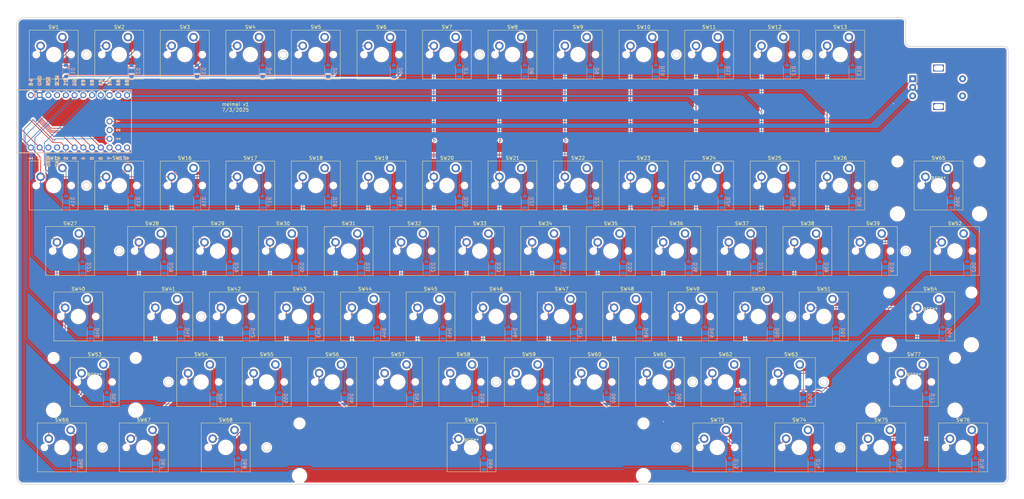
<source format=kicad_pcb>
(kicad_pcb (version 20240108) (generator "pcbnew") (generator_version "8.0")
  (layers (0 "F.Cu" signal) (31 "B.Cu" signal) (34 "B.Paste" user) (35 "F.Paste" user) (36 "B.SilkS" user "B.Silkscreen") (37 "F.SilkS" user "F.Silkscreen") (38 "B.Mask" user) (39 "F.Mask" user) (44 "Edge.Cuts" user))
  (net 0 "")
  (net 1 "Row 1")
  (net 2 "Net-(D1-A)")
  (net 3 "Net-(D2-A)")
  (net 4 "Net-(D3-A)")
  (net 5 "Net-(D4-A)")
  (net 6 "Net-(D5-A)")
  (net 7 "Net-(D6-A)")
  (net 8 "Net-(D7-A)")
  (net 9 "Net-(D8-A)")
  (net 10 "Net-(D9-A)")
  (net 11 "Net-(D10-A)")
  (net 12 "Net-(D11-A)")
  (net 13 "Net-(D12-A)")
  (net 14 "Net-(D13-A)")
  (net 15 "Net-(D14-A)")
  (net 16 "Row 2")
  (net 17 "Net-(D15-A)")
  (net 18 "Net-(D16-A)")
  (net 19 "Net-(D17-A)")
  (net 20 "Net-(D18-A)")
  (net 21 "Net-(D19-A)")
  (net 22 "Net-(D20-A)")
  (net 23 "Net-(D21-A)")
  (net 24 "Net-(D22-A)")
  (net 25 "Net-(D23-A)")
  (net 26 "Net-(D24-A)")
  (net 27 "Net-(D25-A)")
  (net 28 "Net-(D26-A)")
  (net 29 "Row 3")
  (net 30 "Net-(D27-A)")
  (net 31 "Net-(D28-A)")
  (net 32 "Net-(D29-A)")
  (net 33 "Net-(D30-A)")
  (net 34 "Net-(D31-A)")
  (net 35 "Net-(D32-A)")
  (net 36 "Net-(D33-A)")
  (net 37 "Net-(D34-A)")
  (net 38 "Net-(D35-A)")
  (net 39 "Net-(D36-A)")
  (net 40 "Net-(D37-A)")
  (net 41 "Net-(D38-A)")
  (net 42 "Net-(D39-A)")
  (net 43 "Net-(D40-A)")
  (net 44 "Row 4")
  (net 45 "Net-(D41-A)")
  (net 46 "Net-(D42-A)")
  (net 47 "Net-(D43-A)")
  (net 48 "Net-(D44-A)")
  (net 49 "Net-(D45-A)")
  (net 50 "Net-(D46-A)")
  (net 51 "Net-(D47-A)")
  (net 52 "Net-(D48-A)")
  (net 53 "Net-(D49-A)")
  (net 54 "Net-(D50-A)")
  (net 55 "Net-(D51-A)")
  (net 56 "Net-(D52-A)")
  (net 57 "Net-(D53-A)")
  (net 58 "Row 5")
  (net 59 "Net-(D54-A)")
  (net 60 "Net-(D55-A)")
  (net 61 "Net-(D56-A)")
  (net 62 "Net-(D57-A)")
  (net 63 "Net-(D58-A)")
  (net 64 "Net-(D59-A)")
  (net 65 "Net-(D60-A)")
  (net 66 "Net-(D61-A)")
  (net 67 "Net-(D62-A)")
  (net 68 "Net-(D63-A)")
  (net 69 "Net-(D64-A)")
  (net 70 "Net-(D65-A)")
  (net 71 "Net-(D66-A)")
  (net 72 "Row 6")
  (net 73 "Net-(D67-A)")
  (net 74 "Net-(D68-A)")
  (net 75 "Net-(D69-A)")
  (net 76 "Net-(D74-A)")
  (net 77 "Net-(D75-A)")
  (net 78 "Net-(D76-A)")
  (net 79 "Net-(D77-A)")
  (net 80 "Col 1")
  (net 81 "Col 2")
  (net 82 "Col 3")
  (net 83 "Col 4")
  (net 84 "Col 5")
  (net 85 "Col 6")
  (net 86 "Col 7")
  (net 87 "Col 8")
  (net 88 "Col 9")
  (net 89 "Col 10")
  (net 90 "Col 11")
  (net 91 "Col 12")
  (net 92 "Col 13")
  (net 93 "EC11 A")
  (net 96 "GND")
  (net 97 "EC11 B")
  (net 103 "Net-(D73-A)")
  (footprint "ScottoKeebs_MX:MX_PCB_1.00u" (layer "F.Cu") (at 166.6875 104.775)
    (property "Reference" "SW19")
    (property "Value" "SW_Push_45deg")
  )
  (footprint "ScottoKeebs_MX:MX_PCB_1.00u" (layer "F.Cu") (at 242.8875 66.675)
    (property "Reference" "SW10")
    (property "Value" "SW_Push_45deg")
  )
  (footprint "ScottoKeebs_MCU:Nice_Nano_V2" (layer "F.Cu") (at 78.501875 86.1 90)
    (property "Reference" "U1" (hide yes))
    (property "Value" "Nice_Nano_V2" (hide yes))
  )
  (footprint "ScottoKeebs_MX:MX_PCB_1.00u" (layer "F.Cu") (at 204.7875 104.775)
    (property "Reference" "SW21")
    (property "Value" "SW_Push_45deg")
  )
  (footprint "ScottoKeebs_MX:MX_PCB_1.00u" (layer "F.Cu") (at 271.4625 123.825)
    (property "Reference" "SW37")
    (property "Value" "SW_Push_45deg")
  )
  (footprint "ScottoKeebs_MX:MX_PCB_1.00u" (layer "F.Cu") (at 185.7375 104.775)
    (property "Reference" "SW20")
    (property "Value" "SW_Push_45deg")
  )
  (footprint "ScottoKeebs_MX:MX_PCB_1.00u" (layer "F.Cu") (at 114.3 161.925)
    (property "Reference" "SW54")
    (property "Value" "SW_Push_45deg")
  )
  (footprint "ScottoKeebs_MX:MX_PCB_1.00u" (layer "F.Cu") (at 71.4375 104.775)
    (property "Reference" "SW14")
    (property "Value" "SW_Push_45deg")
  )
  (footprint "ScottoKeebs_MX:MX_PCB_1.00u" (layer "F.Cu") (at 171.45 161.925)
    (property "Reference" "SW57")
    (property "Value" "SW_Push_45deg")
  )
  (footprint "ScottoKeebs_MX:MX_PCB_1.00u" (layer "F.Cu") (at 123.825 142.875)
    (property "Reference" "SW42")
    (property "Value" "SW_Push_45deg")
  )
  (footprint "ScottoKeebs_MX:MX_PCB_1.00u" (layer "F.Cu") (at 204.7875 66.675)
    (property "Reference" "SW8")
    (property "Value" "SW_Push_45deg")
  )
  (footprint "ScottoKeebs_MX:MX_PCB_1.00u" (layer "F.Cu") (at 247.65 161.925)
    (property "Reference" "SW61")
    (property "Value" "SW_Push_45deg")
  )
  (footprint "ScottoKeebs_MX:MX_PCB_1.00u" (layer "F.Cu") (at 147.6375 66.675)
    (property "Reference" "SW5")
    (property "Value" "SW_Push_45deg")
  )
  (footprint "ScottoKeebs_MX:MX_PCB_1.00u" (layer "F.Cu") (at 161.925 142.875)
    (property "Reference" "SW44")
    (property "Value" "SW_Push_45deg")
  )
  (footprint "ScottoKeebs_MX:MX_PCB_1.00u" (layer "F.Cu") (at 290.5125 123.825)
    (property "Reference" "SW38")
    (property "Value" "SW_Push_45deg")
  )
  (footprint "ScottoKeebs_MX:MX_PCB_1.00u" (layer "F.Cu") (at 152.4 161.925)
    (property "Reference" "SW56")
    (property "Value" "SW_Push_45deg")
  )
  (footprint "ScottoKeebs_MX:MX_PCB_1.00u" (layer "F.Cu") (at 109.5375 104.775)
    (property "Reference" "SW16")
    (property "Value" "SW_Push_45deg")
  )
  (footprint "ScottoKeebs_MX:MX_PCB_1.25u" (layer "F.Cu") (at 73.81875 180.975)
    (property "Reference" "SW66")
    (property "Value" "SW_Push_45deg")
  )
  (footprint "ScottoKeebs_Scotto:Encoder_EC11_MX" (layer "F.Cu") (at 328.6125 76.2)
    (property "Reference" "SW70" (hide yes))
    (property "Value" "RotaryEncoder_Switch" (hide yes))
  )
  (footprint "ScottoKeebs_MX:MX_PCB_1.00u" (layer "F.Cu") (at 133.35 161.925)
    (property "Reference" "SW55")
    (property "Value" "SW_Push_45deg")
  )
  (footprint "ScottoKeebs_MX:MX_PCB_1.00u" (layer "F.Cu") (at 223.8375 104.775)
    (property "Reference" "SW22")
    (property "Value" "SW_Push_45deg")
  )
  (footprint "ScottoKeebs_MX:MX_PCB_1.00u" (layer "F.Cu") (at 261.9375 66.675)
    (property "Reference" "SW11")
    (property "Value" "SW_Push_45deg")
  )
  (footprint "ScottoKeebs_Stabilizer:Stabilizer_MX_2.00u" (layer "F.Cu") (at 83.34375 161.925)
    (property "Reference" "REF**")
    (property "Value" "Stabilizer_MX_2.00u")
  )
  (footprint "ScottoKeebs_MX:MX_PCB_1.00u" (layer "F.Cu") (at 276.225 142.875)
    (property "Reference" "SW50")
    (property "Value" "SW_Push_45deg")
  )
  (footprint "ScottoKeebs_MX:MX_PCB_1.00u" (layer "F.Cu") (at 185.7375 66.675)
    (property "Reference" "SW7")
    (property "Value" "SW_Push_45deg")
  )
  (footprint "ScottoKeebs_MX:MX_PCB_1.00u" (layer "F.Cu") (at 266.7 161.925)
    (property "Reference" "SW62")
    (property "Value" "SW_Push_45deg")
  )
  (footprint "ScottoKeebs_MX:MX_PCB_1.00u" (layer "F.Cu") (at 138.1125 123.825)
    (property "Reference" "SW30")
    (property "Value" "SW_Push_45deg")
  )
  (footprint "ScottoKeebs_Stabilizer:Stabilizer_MX_6.25u" (layer "F.Cu") (at 192.88125 180.975)
    (property "Reference" "REF**")
    (property "Value" "Stabilizer_MX_6.25u")
  )
  (footprint "ScottoKeebs_Stabilizer:Stabilizer_MX_2.00u" (layer "F.Cu") (at 328.6125 104.775)
    (property "Reference" "REF**")
    (property "Value" "Stabilizer_MX_2.00u")
  )
  (footprint "ScottoKeebs_MX:MX_PCB_1.00u" (layer "F.Cu") (at 109.5375 66.675)
    (property "Reference" "SW3")
    (property "Value" "SW_Push_45deg")
  )
  (footprint "ScottoKeebs_MX:MX_PCB_1.00u" (layer "F.Cu") (at 104.775 142.875)
    (property "Reference" "SW41")
    (property "Value" "SW_Push_45deg")
  )
  (footprint "ScottoKeebs_MX:MX_PCB_1.00u" (layer "F.Cu") (at 166.6875 66.675)
    (property "Reference" "SW6")
    (property "Value" "SW_Push_45deg")
  )
  (footprint "ScottoKeebs_MX:MX_PCB_1.00u" (layer "F.Cu") (at 142.875 142.875)
    (property "Reference" "SW43")
    (property "Value" "SW_Push_45deg")
  )
  (footprint "ScottoKeebs_MX:MX_PCB_1.00u" (layer "F.Cu") (at 180.975 142.875)
    (property "Reference" "SW45")
    (property "Value" "SW_Push_45deg")
  )
  (footprint "ScottoKeebs_MX:MX_PCB_1.00u" (layer "F.Cu") (at 157.1625 123.825)
    (property "Reference" "SW31")
    (property "Value" "SW_Push_45deg")
  )
  (footprint "ScottoKeebs_MX:MX_PCB_1.00u" (layer "F.Cu") (at 71.4375 66.675)
    (property "Reference" "SW1")
    (property "Value" "SW_Push_45deg")
  )
  (footprint "ScottoKeebs_MX:MX_PCB_1.00u" (layer "F.Cu") (at 295.275 142.875)
    (property "Reference" "SW51")
    (property "Value" "SW_Push_45deg")
  )
  (footprint "ScottoKeebs_MX:MX_PCB_1.75u" (layer "F.Cu") (at 78.58125 142.875)
    (property "Reference" "SW40")
    (property "Value" "SW_Push_45deg")
  )
  (footprint "ScottoKeebs_MX:MX_PCB_1.25u" (layer "F.Cu") (at 311.94375 180.975)
    (property "Reference" "SW75")
    (property "Value" "SW_Push_45deg")
  )
  (footprint "ScottoKeebs_MX:MX_PCB_1.00u" (layer "F.Cu") (at 280.9875 66.675)
    (property "Reference" "SW12")
    (property "Value" "SW_Push_45deg")
  )
  (footprint "ScottoKeebs_MX:MX_PCB_1.00u" (layer "F.Cu") (at 252.4125 123.825)
    (property "Reference" "SW36")
    (property "Value" "SW_Push_45deg")
  )
  (footprint "ScottoKeebs_MX:MX_PCB_1.00u" (layer "F.Cu") (at 233.3625 123.825)
    (property "Reference" "SW35")
    (property "Value" "SW_Push_45deg")
  )
  (footprint "ScottoKeebs_MX:MX_PCB_1.00u" (layer "F.Cu") (at 200.025 142.875)
    (property "Reference" "SW46")
    (property "Value" "SW_Push_45deg")
  )
  (footprint "ScottoKeebs_MX:MX_PCB_1.00u" (layer "F.Cu") (at 90.4875 104.775)
    (property "Reference" "SW15")
    (property "Value" "SW_Push_45deg")
  )
  (footprint "ScottoKeebs_MX:MX_PCB_1.00u" (layer "F.Cu") (at 238.125 142.875)
    (property "Reference" "SW48")
    (property "Value" "SW_Push_45deg")
  )
  (footprint "ScottoKeebs_MX:MX_PCB_1.00u" (layer "F.Cu") (at 176.2125 123.825)
    (property "Reference" "SW32")
    (property "Value" "SW_Push_45deg")
  )
  (footprint "ScottoKeebs_MX:MX_PCB_2.00u" (layer "F.Cu") (at 328.6125 104.775)
    (property "Reference" "SW65")
    (property "Value" "SW_Push_45deg")
  )
  (footprint "ScottoKeebs_MX:MX_PCB_1.25u" (layer "F.Cu") (at 97.63125 180.975)
    (property "Reference" "SW67")
    (property "Value" "SW_Push_45deg")
  )
  (footprint "ScottoKeebs_MX:MX_PCB_1.00u" (layer "F.Cu") (at 223.8375 66.675)
    (property "Reference" "SW9")
    (property "Value" "SW_Push_45deg")
  )
  (footprint "ScottoKeebs_MX:MX_PCB_1.25u" (layer "F.Cu") (at 335.75625 180.975)
    (property "Reference" "SW76")
    (property "Value" "SW_Push_45deg")
  )
  (footprint "ScottoKeebs_MX:MX_PCB_1.00u" (layer "F.Cu") (at 195.2625 123.825)
    (property "Reference" "SW33")
    (property "Value" "SW_Push_45deg")
  )
  (footprint "ScottoKeebs_MX:MX_PCB_1.00u" (layer "F.Cu") (at 242.8875 104.775)
    (property "Reference" "SW23")
    (property "Value" "SW_Push_45deg")
  )
  (footprint "ScottoKeebs_Stabilizer:Stabilizer_MX_2.00u" (layer "F.Cu") (at 326.23125 142.875)
    (property "Reference" "REF**")
    (property "Value" "Stabilizer_MX_2.00u")
  )
  (footprint "ScottoKeebs_MX:MX_PCB_1.00u" (layer "F.Cu") (at 219.075 142.875)
    (property "Reference" "SW47")
    (property "Value" "SW_Push_45deg")
  )
  (footprint "ScottoKeebs_MX:MX_PCB_1.00u" (layer "F.Cu") (at 119.0625 123.825)
    (property "Reference" "SW29")
    (property "Value" "SW_Push_45deg")
  )
  (footprint "ScottoKeebs_MX:MX_PCB_1.50u" (layer "F.Cu") (at 76.2 123.825)
    (property "Reference" "SW27")
    (property "Value" "SW_Push_45deg")
  )
  (footprint "ScottoKeebs_MX:MX_PCB_1.00u" (layer "F.Cu") (at 90.4875 66.675)
    (property "Reference" "SW2")
    (property "Value" "SW_Push_45deg")
  )
  (footprint "ScottoKeebs_MX:MX_PCB_2.25u" (layer "F.Cu") (at 83.34375 161.925)
    (property "Reference" "SW53")
    (property "Value" "SW_Push_45deg")
  )
  (footprint "ScottoKeebs_MX:MX_PCB_1.00u" (layer "F.Cu") (at 300.0375 104.775)
    (property "Reference" "SW26")
    (property "Value" "SW_Push_45deg")
  )
  (footprint "ScottoKeebs_MX:MX_PCB_1.25u" (layer "F.Cu") (at 264.31875 180.975)
    (property "Reference" "SW73")
    (property "Value" "SW_Push_45deg")
  )
  (footprint "ScottoKeebs_MX:MX_PCB_1.00u" (layer "F.Cu") (at 128.5875 104.775)
    (property "Reference" "SW17")
    (property "Value" "SW_Push_45deg")
  )
  (footprint "ScottoKeebs_MX:MX_PCB_1.00u" (layer "F.Cu") (at 190.5 161.925)
    (property "Reference" "SW58")
    (property "Value" "SW_Push_45deg")
  )
  (footprint "ScottoKeebs_MX:MX_PCB_6.25u" (layer "F.Cu") (at 192.88125 180.975)
    (property "Reference" "SW69")
    (property "Value" "SW_Push_45deg")
  )
  (footprint "ScottoKeebs_MX:MX_PCB_1.00u" (layer "F.Cu") (at 261.9375 104.775)
    (property "Reference" "SW24")
    (property "Value" "SW_Push_45deg")
  )
  (footprint "ScottoKeebs_MX:MX_PCB_1.00u" (layer "F.Cu") (at 214.3125 123.825)
    (property "Reference" "SW34")
    (property "Value" "SW_Push_45deg")
  )
  (footprint "ScottoKeebs_MX:MX_PCB_1.00u" (layer "F.Cu") (at 147.6375 104.775)
    (property "Reference" "SW18")
    (property "Value" "SW_Push_45deg")
  )
  (footprint "ScottoKeebs_MX:MX_PCB_1.00u" (layer "F.Cu") (at 228.6 161.925)
    (property "Reference" "SW60")
    (property "Value" "SW_Push_45deg")
  )
  (footprint "ScottoKeebs_MX:MX_PCB_2.75u" (layer "F.Cu") (at 321.46875 161.925)
    (property "Reference" "SW77")
    (property "Value" "SW_Push_45deg")
  )
  (footprint "ScottoKeebs_Stabilizer:Stabilizer_MX_2.00u" (layer "F.Cu") (at 321.46875 161.925)
    (property "Reference" "REF**")
    (property "Value" "Stabilizer_MX_2.00u")
  )
  (footprint "ScottoKeebs_MX:MX_PCB_1.00u" (layer "F.Cu") (at 285.75 161.925)
    (property "Reference" "SW63")
    (property "Value" "SW_Push_45deg")
  )
  (footprint "ScottoKeebs_MX:MX_PCB_1.00u" (layer "F.Cu") (at 257.175 142.875)
    (property "Reference" "SW49")
    (property "Value" "SW_Push_45deg")
  )
  (footprint "ScottoKeebs_MX:MX_PCB_1.00u" (layer "F.Cu") (at 309.5625 123.825)
    (property "Reference" "SW39")
    (property "Value" "SW_Push_45deg")
  )
  (footprint "ScottoKeebs_MX:MX_PCB_1.00u" (layer "F.Cu") (at 280.9875 104.775)
    (property "Reference" "SW25")
    (property "Value" "SW_Push_45deg")
  )
  (footprint "ScottoKeebs_MX:MX_PCB_1.00u" (layer "F.Cu") (at 300.0375 66.675)
    (property "Reference" "SW13")
    (property "Value" "SW_Push_45deg")
  )
  (footprint "ScottoKeebs_MX:MX_PCB_1.00u" (layer "F.Cu") (at 100.0125 123.825)
    (property "Reference" "SW28")
    (property "Value" "SW_Push_45deg")
  )
  (footprint "ScottoKeebs_MX:MX_PCB_1.25u" (layer "F.Cu") (at 288.13125 180.975)
    (property "Reference" "SW74")
    (property "Value" "SW_Push_45deg")
  )
  (footprint "ScottoKeebs_MX:MX_PCB_1.25u" (layer "F.Cu") (at 121.44375 180.975)
    (property "Reference" "SW68")
    (property "Value" "SW_Push_45deg")
  )
  (footprint "ScottoKeebs_MX:MX_PCB_1.00u" (layer "F.Cu") (at 209.55 161.925)
    (property "Reference" "SW59")
    (property "Value" "SW_Push_45deg")
  )
  (footprint "ScottoKeebs_MX:MX_PCB_2.25u" (layer "F.Cu") (at 326.23125 142.875)
    (property "Reference" "SW64")
    (property "Value" "SW_Push_45deg")
  )
  (footprint "ScottoKeebs_MX:MX_PCB_1.00u" (layer "F.Cu") (at 128.5875 66.675)
    (property "Reference" "SW4")
    (property "Value" "SW_Push_45deg")
  )
  (footprint "ScottoKeebs_MX:MX_PCB_1.50u" (layer "F.Cu") (at 333.375 123.825)
    (property "Reference" "SW52")
    (property "Value" "SW_Push_45deg")
  )
  (footprint "Diode_SMD:D_SOD-123" (layer "B.Cu") (at 246.459375 109.5375 90)
    (property "Reference" "D23")
    (property "Value" "D")
  )
  (footprint "Diode_SMD:D_SOD-123" (layer "B.Cu") (at 122.634375 128.5875 90)
    (property "Reference" "D29")
    (property "Value" "D")
  )
  (footprint "Diode_SMD:D_SOD-123" (layer "B.Cu") (at 241.696875 147.6375 90)
    (property "Reference" "D48")
    (property "Value" "D")
  )
  (footprint "Diode_SMD:D_SOD-123" (layer "B.Cu") (at 279.796875 147.6375 90)
    (property "Reference" "D50")
    (property "Value" "D")
  )
  (footprint "Diode_SMD:D_SOD-123" (layer "B.Cu") (at 217.884375 128.5875 90)
    (property "Reference" "D34")
    (property "Value" "D")
  )
  (footprint "Diode_SMD:D_SOD-123" (layer "B.Cu") (at 208.359375 109.5375 90)
    (property "Reference" "D21")
    (property "Value" "D")
  )
  (footprint "Diode_SMD:D_SOD-123" (layer "B.Cu") (at 291.703125 185.7375 90)
    (property "Reference" "D74")
    (property "Value" "D")
  )
  (footprint "Diode_SMD:D_SOD-123" (layer "B.Cu") (at 267.890625 185.7375 90)
    (property "Reference" "D73")
    (property "Value" "D")
  )
  (footprint "Diode_SMD:D_SOD-123" (layer "B.Cu") (at 189.309375 71.4375 90)
    (property "Reference" "D7")
    (property "Value" "D")
  )
  (footprint "Diode_SMD:D_SOD-123" (layer "B.Cu") (at 198.834375 128.5875 90)
    (property "Reference" "D33")
    (property "Value" "D")
  )
  (footprint "Diode_SMD:D_SOD-123" (layer "B.Cu") (at 75.009375 71.4375 90)
    (property "Reference" "D1")
    (property "Value" "D")
  )
  (footprint "Diode_SMD:D_SOD-123" (layer "B.Cu") (at 339.328125 185.7375 90)
    (property "Reference" "D76")
    (property "Value" "D")
  )
  (footprint "Diode_SMD:D_SOD-123" (layer "B.Cu") (at 77.390625 185.7375 90)
    (property "Reference" "D66")
    (property "Value" "D")
  )
  (footprint "Diode_SMD:D_SOD-123" (layer "B.Cu") (at 127.396875 147.6375 90)
    (property "Reference" "D42")
    (property "Value" "D")
  )
  (footprint "Diode_SMD:D_SOD-123" (layer "B.Cu") (at 265.509375 71.4375 90)
    (property "Reference" "D11")
    (property "Value" "D")
  )
  (footprint "Diode_SMD:D_SOD-123" (layer "B.Cu") (at 284.559375 109.5375 90)
    (property "Reference" "D25")
    (property "Value" "D")
  )
  (footprint "Diode_SMD:D_SOD-123" (layer "B.Cu") (at 265.509375 109.5375 90)
    (property "Reference" "D24")
    (property "Value" "D")
  )
  (footprint "Diode_SMD:D_SOD-123" (layer "B.Cu") (at 103.584375 128.5875 90)
    (property "Reference" "D28")
    (property "Value" "D")
  )
  (footprint "Diode_SMD:D_SOD-123" (layer "B.Cu") (at 313.134375 128.5875 90)
    (property "Reference" "D39")
    (property "Value" "D")
  )
  (footprint "Diode_SMD:D_SOD-123" (layer "B.Cu") (at 294.084375 128.5875 90)
    (property "Reference" "D38")
    (property "Value" "D")
  )
  (footprint "Diode_SMD:D_SOD-123" (layer "B.Cu") (at 132.159375 71.4375 90)
    (property "Reference" "D4")
    (property "Value" "D")
  )
  (footprint "Diode_SMD:D_SOD-123" (layer "B.Cu") (at 94.059375 71.4375 90)
    (property "Reference" "D2")
    (property "Value" "D")
  )
  (footprint "Diode_SMD:D_SOD-123" (layer "B.Cu") (at 132.159375 109.5375 90)
    (property "Reference" "D17")
    (property "Value" "D")
  )
  (footprint "Diode_SMD:D_SOD-123" (layer "B.Cu") (at 227.409375 109.5375 90)
    (property "Reference" "D22")
    (property "Value" "D")
  )
  (footprint "Diode_SMD:D_SOD-123" (layer "B.Cu") (at 236.934375 128.5875 90)
    (property "Reference" "D35")
    (property "Value" "D")
  )
  (footprint "Diode_SMD:D_SOD-123" (layer "B.Cu") (at 325.040625 166.6875 90)
    (property "Reference" "D77")
    (property "Value" "D")
  )
  (footprint "Diode_SMD:D_SOD-123" (layer "B.Cu") (at 141.684375 128.5875 90)
    (property "Reference" "D30")
    (property "Value" "D")
  )
  (footprint "Diode_SMD:D_SOD-123" (layer "B.Cu") (at 165.496875 147.6375 90)
    (property "Reference" "D44")
    (property "Value" "D")
  )
  (footprint "Diode_SMD:D_SOD-123" (layer "B.Cu") (at 232.171875 166.6875 90)
    (property "Reference" "D60")
    (property "Value" "D")
  )
  (footprint "Diode_SMD:D_SOD-123" (layer "B.Cu") (at 303.609375 109.5375 90)
    (property "Reference" "D26")
    (property "Value" "D")
  )
  (footprint "Diode_SMD:D_SOD-123" (layer "B.Cu") (at 329.803125 147.6375 90)
    (property "Reference" "D64")
    (property "Value" "D")
  )
  (footprint "Diode_SMD:D_SOD-123" (layer "B.Cu") (at 151.209375 71.4375 90)
    (property "Reference" "D5")
    (property "Value" "D")
  )
  (footprint "Diode_SMD:D_SOD-123" (layer "B.Cu") (at 108.346875 147.6375 90)
    (property "Reference" "D41")
    (property "Value" "D")
  )
  (footprint "Diode_SMD:D_SOD-123" (layer "B.Cu") (at 246.459375 71.4375 90)
    (property "Reference" "D10")
    (property "Value" "D")
  )
  (footprint "Diode_SMD:D_SOD-123" (layer "B.Cu") (at 189.309375 109.5375 90)
    (property "Reference" "D20")
    (property "Value" "D")
  )
  (footprint "Diode_SMD:D_SOD-123" (layer "B.Cu") (at 155.971875 166.6875 90)
    (property "Reference" "D56")
    (property "Value" "D")
  )
  (footprint "Diode_SMD:D_SOD-123" (layer "B.Cu") (at 94.059375 109.5375 90)
    (property "Reference" "D15")
    (property "Value" "D")
  )
  (footprint "Diode_SMD:D_SOD-123" (layer "B.Cu") (at 315.515625 185.7375 90)
    (property "Reference" "D75")
    (property "Value" "D")
  )
  (footprint "Diode_SMD:D_SOD-123" (layer "B.Cu") (at 227.409375 71.4375 90)
    (property "Reference" "D9")
    (property "Value" "D")
  )
  (footprint "Diode_SMD:D_SOD-123" (layer "B.Cu") (at 151.209375 109.5375 90)
    (property "Reference" "D18")
    (property "Value" "D")
  )
  (footprint "Diode_SMD:D_SOD-123" (layer "B.Cu") (at 113.109375 109.5375 90)
    (property "Reference" "D16")
    (property "Value" "D")
  )
  (footprint "Diode_SMD:D_SOD-123" (layer "B.Cu") (at 298.846875 147.6375 90)
    (property "Reference" "D51")
    (property "Value" "D")
  )
  (footprint "Diode_SMD:D_SOD-123" (layer "B.Cu") (at 222.646875 147.6375 90)
    (property "Reference" "D47")
    (property "Value" "D")
  )
  (footprint "Diode_SMD:D_SOD-123" (layer "B.Cu") (at 284.559375 71.4375 90)
    (property "Reference" "D12")
    (property "Value" "D")
  )
  (footprint "Diode_SMD:D_SOD-123" (layer "B.Cu") (at 82.153125 147.6375 90)
    (property "Reference" "D40")
    (property "Value" "D")
  )
  (footprint "Diode_SMD:D_SOD-123" (layer "B.Cu") (at 255.984375 128.5875 90)
    (property "Reference" "D36")
    (property "Value" "D")
  )
  (footprint "Diode_SMD:D_SOD-123" (layer "B.Cu") (at 208.359375 71.4375 90)
    (property "Reference" "D8")
    (property "Value" "D")
  )
  (footprint "Diode_SMD:D_SOD-123" (layer "B.Cu") (at 146.446875 147.6375 90)
    (property "Reference" "D43")
    (property "Value" "D")
  )
  (footprint "Diode_SMD:D_SOD-123" (layer "B.Cu") (at 194.071875 166.6875 90)
    (property "Reference" "D58")
    (property "Value" "D")
  )
  (footprint "Diode_SMD:D_SOD-123" (layer "B.Cu") (at 125.015625 185.7375 90)
    (property "Reference" "D68")
    (property "Value" "D")
  )
  (footprint "Diode_SMD:D_SOD-123" (layer "B.Cu") (at 113.109375 71.4375 90)
    (property "Reference" "D3")
    (property "Value" "D")
  )
  (footprint "Diode_SMD:D_SOD-123" (layer "B.Cu") (at 289.321875 166.6875 90)
    (property "Reference" "D63")
    (property "Value" "D")
  )
  (footprint "Diode_SMD:D_SOD-123" (layer "B.Cu") (at 260.746875 147.6375 90)
    (property "Reference" "D49")
    (property "Value" "D")
  )
  (footprint "Diode_SMD:D_SOD-123" (layer "B.Cu") (at 101.203125 185.7375 90)
    (property "Reference" "D67")
    (property "Value" "D")
  )
  (footprint "Diode_SMD:D_SOD-123" (layer "B.Cu") (at 275.034375 128.5875 90)
    (property "Reference" "D37")
    (property "Value" "D")
  )
  (footprint "Diode_SMD:D_SOD-123" (layer "B.Cu") (at 170.259375 71.4375 90)
    (property "Reference" "D6")
    (property "Value" "D")
  )
  (footprint "Diode_SMD:D_SOD-123" (layer "B.Cu") (at 196.453125 185.7375 90)
    (property "Reference" "D69")
    (property "Value" "D")
  )
  (footprint "Diode_SMD:D_SOD-123" (layer "B.Cu") (at 75.009375 109.5375 90)
    (property "Reference" "D14")
    (property "Value" "D")
  )
  (footprint "Diode_SMD:D_SOD-123" (layer "B.Cu") (at 251.221875 166.6875 90)
    (property "Reference" "D61")
    (property "Value" "D")
  )
  (footprint "Diode_SMD:D_SOD-123" (layer "B.Cu") (at 136.921875 166.6875 90)
    (property "Reference" "D55")
    (property "Value" "D")
  )
  (footprint "Diode_SMD:D_SOD-123" (layer "B.Cu") (at 213.121875 166.6875 90)
    (property "Reference" "D59")
    (property "Value" "D")
  )
  (footprint "Diode_SMD:D_SOD-123" (layer "B.Cu") (at 79.771875 128.5875 90)
    (property "Reference" "D27")
    (property "Value" "D")
  )
  (footprint "Diode_SMD:D_SOD-123" (layer "B.Cu") (at 336.946875 128.5875 90)
    (property "Reference" "D52")
    (property "Value" "D")
  )
  (footprint "Diode_SMD:D_SOD-123" (layer "B.Cu") (at 175.021875 166.6875 90)
    (property "Reference" "D57")
    (property "Value" "D")
  )
  (footprint "Diode_SMD:D_SOD-123" (layer "B.Cu") (at 203.596875 147.6375 90)
    (property "Reference" "D46")
    (property "Value" "D")
  )
  (footprint "Diode_SMD:D_SOD-123" (layer "B.Cu") (at 303.609375 71.4375 90)
    (property "Reference" "D13")
    (property "Value" "D")
  )
  (footprint "Diode_SMD:D_SOD-123" (layer "B.Cu") (at 184.546875 147.6375 90)
    (property "Reference" "D45")
    (property "Value" "D")
  )
  (footprint "Diode_SMD:D_SOD-123" (layer "B.Cu") (at 179.784375 128.5875 90)
    (property "Reference" "D32")
    (property "Value" "D")
  )
  (footprint "Diode_SMD:D_SOD-123" (layer "B.Cu") (at 117.871875 166.6875 90)
    (property "Reference" "D54")
    (property "Value" "D")
  )
  (footprint "Diode_SMD:D_SOD-123" (layer "B.Cu") (at 332.184375 109.5375 90)
    (property "Reference" "D65")
    (property "Value" "D")
  )
  (footprint "Diode_SMD:D_SOD-123" (layer "B.Cu") (at 160.734375 128.5875 90)
    (property "Reference" "D31")
    (property "Value" "D")
  )
  (footprint "Diode_SMD:D_SOD-123" (layer "B.Cu") (at 170.259375 109.5375 90)
    (property "Reference" "D19")
    (property "Value" "D")
  )
  (footprint "Diode_SMD:D_SOD-123" (layer "B.Cu") (at 270.271875 166.6875 90)
    (property "Reference" "D62")
    (property "Value" "D")
  )
  (footprint "Diode_SMD:D_SOD-123" (layer "B.Cu") (at 86.915625 166.6875 90)
    (property "Reference" "D53")
    (property "Value" "D")
  )
  (gr_circle (center 90.4875 123.825) (end 91.5575 123.825) (stroke (width 0.2)) (fill none) (layer "Edge.Cuts"))
  (gr_circle (center 80.9625 66.675) (end 82.0325 66.675) (stroke (width 0.2)) (fill none) (layer "Edge.Cuts"))
  (gr_circle (center 295.275 161.925) (end 296.345 161.925) (stroke (width 0.2)) (fill none) (layer "Edge.Cuts"))
  (gr_circle (center 257.175 161.925) (end 258.245 161.925) (stroke (width 0.2)) (fill none) (layer "Edge.Cuts"))
  (gr_circle (center 200.025 161.925) (end 201.095 161.925) (stroke (width 0.2)) (fill none) (layer "Edge.Cuts"))
  (gr_arc (start 320.278125 64.29375) (mid 319.436226 63.945024) (end 319.0875 63.103125) (stroke (width 0.2)) (layer "Edge.Cuts"))
  (gr_arc (start 60.721875 57.959375) (mid 61.307653 56.545145) (end 62.721875 55.959375) (stroke (width 0.2)) (layer "Edge.Cuts"))
  (gr_line (start 348.853125 65.484375) (end 348.853125 189.690625) (stroke (width 0.2)) (layer "Edge.Cuts"))
  (gr_circle (center 309.5625 104.775) (end 310.6325 104.775) (stroke (width 0.2)) (fill none) (layer "Edge.Cuts"))
  (gr_circle (center 138.1125 66.675) (end 139.1825 66.675) (stroke (width 0.2)) (fill none) (layer "Edge.Cuts"))
  (gr_arc (start 62.721875 191.690625) (mid 61.3077 191.104808) (end 60.721875 189.690625) (stroke (width 0.2)) (layer "Edge.Cuts"))
  (gr_arc (start 348.853125 189.690625) (mid 348.26735 191.104872) (end 346.853125 191.690625) (stroke (width 0.2)) (layer "Edge.Cuts"))
  (gr_circle (center 80.9625 104.775) (end 82.0325 104.775) (stroke (width 0.2)) (fill none) (layer "Edge.Cuts"))
  (gr_circle (center 133.35 180.975) (end 134.42 180.975) (stroke (width 0.2)) (fill none) (layer "Edge.Cuts"))
  (gr_line (start 319.0875 57.15) (end 319.0875 63.103125) (stroke (width 0.2)) (layer "Edge.Cuts"))
  (gr_circle (center 300.0375 180.975) (end 301.1075 180.975) (stroke (width 0.2)) (fill none) (layer "Edge.Cuts"))
  (gr_line (start 346.853125 191.690625) (end 62.721875 191.690625) (stroke (width 0.2)) (layer "Edge.Cuts"))
  (gr_circle (center 290.5125 66.675) (end 291.5825 66.675) (stroke (width 0.2)) (fill none) (layer "Edge.Cuts"))
  (gr_circle (center 319.0875 123.825) (end 320.1575 123.825) (stroke (width 0.2)) (fill none) (layer "Edge.Cuts"))
  (gr_circle (center 114.3 142.875) (end 115.37 142.875) (stroke (width 0.2)) (fill none) (layer "Edge.Cuts"))
  (gr_circle (center 285.75 142.875) (end 286.82 142.875) (stroke (width 0.2)) (fill none) (layer "Edge.Cuts"))
  (gr_circle (center 252.4125 66.675) (end 253.4825 66.675) (stroke (width 0.2)) (fill none) (layer "Edge.Cuts"))
  (gr_line (start 62.721875 55.959375) (end 317.896875 55.959375) (stroke (width 0.2)) (layer "Edge.Cuts"))
  (gr_arc (start 317.896875 55.959375) (mid 318.738774 56.308101) (end 319.0875 57.15) (stroke (width 0.2)) (layer "Edge.Cuts"))
  (gr_line (start 60.721875 189.690625) (end 60.721875 57.959375) (stroke (width 0.2)) (layer "Edge.Cuts"))
  (gr_circle (center 195.2625 66.675) (end 196.3325 66.675) (stroke (width 0.2)) (fill none) (layer "Edge.Cuts"))
  (gr_line (start 320.278125 64.29375) (end 347.6625 64.29375) (stroke (width 0.2)) (layer "Edge.Cuts"))
  (gr_circle (center 85.642932 180.974999) (end 86.712932 180.974999) (stroke (width 0.2)) (fill none) (layer "Edge.Cuts"))
  (gr_circle (center 104.775 161.925) (end 105.845 161.925) (stroke (width 0.2)) (fill none) (layer "Edge.Cuts"))
  (gr_circle (center 252.4125 180.975) (end 253.4825 180.975) (stroke (width 0.2)) (fill none) (layer "Edge.Cuts"))
  (gr_arc (start 347.6625 64.29375) (mid 348.504399 64.642476) (end 348.853125 65.484375) (stroke (width 0.2)) (layer "Edge.Cuts"))
  (gr_text "meimei v1\n7/3/2025" (at 120.253125 83.34375 0) (layer "F.SilkS") (effects (font (size 1 1)) (justify left bottom)))
  (segment (start 86.915625 73.0875) (end 75.009375 73.0875) (width 0.2) (layer "B.Cu") (net 1))
  (segment (start 85.131875 76.061875) (end 88.10625 73.0875) (width 0.2) (layer "B.Cu") (net 1))
  (segment (start 85.131875 78.48) (end 85.131875 76.061875) (width 0.2) (layer "B.Cu") (net 1))
  (segment (start 88.10625 73.0875) (end 86.915625 73.0875) (width 0.2) (layer "B.Cu") (net 1))
  (segment (start 303.609375 73.0875) (end 88.10625 73.0875) (width 0.2) (layer "B.Cu") (net 1))
  (segment (start 75.009375 69.7875) (end 75.009375 62.626875) (width 0.2) (layer "B.Cu") (net 2))
  (segment (start 75.009375 62.626875) (end 73.9775 61.595) (width 0.2) (layer "B.Cu") (net 2))
  (segment (start 94.059375 69.7875) (end 94.059375 62.626875) (width 0.2) (layer "B.Cu") (net 3))
  (segment (start 94.059375 62.626875) (end 93.0275 61.595) (width 0.2) (layer "B.Cu") (net 3))
  (segment (start 113.109375 62.626875) (end 112.0775 61.595) (width 0.2) (layer "B.Cu") (net 4))
  (segment (start 113.109375 69.7875) (end 113.109375 62.626875) (width 0.2) (layer "B.Cu") (net 4))
  (segment (start 132.159375 69.7875) (end 132.159375 62.626875) (width 0.2) (layer "B.Cu") (net 5))
  (segment (start 132.159375 62.626875) (end 131.1275 61.595) (width 0.2) (layer "B.Cu") (net 5))
  (segment (start 151.209375 69.7875) (end 151.209375 62.626875) (width 0.2) (layer "B.Cu") (net 6))
  (segment (start 151.209375 62.626875) (end 150.1775 61.595) (width 0.2) (layer "B.Cu") (net 6))
  (segment (start 170.259375 62.626875) (end 169.2275 61.595) (width 0.2) (layer "B.Cu") (net 7))
  (segment (start 170.259375 69.7875) (end 170.259375 62.626875) (width 0.2) (layer "B.Cu") (net 7))
  (segment (start 189.309375 62.626875) (end 188.2775 61.595) (width 0.2) (layer "B.Cu") (net 8))
  (segment (start 189.309375 69.7875) (end 189.309375 62.626875) (width 0.2) (layer "B.Cu") (net 8))
  (segment (start 208.359375 62.626875) (end 207.3275 61.595) (width 0.2) (layer "B.Cu") (net 9))
  (segment (start 208.359375 69.7875) (end 208.359375 62.626875) (width 0.2) (layer "B.Cu") (net 9))
  (segment (start 227.409375 62.626875) (end 226.3775 61.595) (width 0.2) (layer "B.Cu") (net 10))
  (segment (start 227.409375 69.7875) (end 227.409375 62.626875) (width 0.2) (layer "B.Cu") (net 10))
  (segment (start 246.459375 69.7875) (end 246.459375 62.626875) (width 0.2) (layer "B.Cu") (net 11))
  (segment (start 246.459375 62.626875) (end 245.4275 61.595) (width 0.2) (layer "B.Cu") (net 11))
  (segment (start 265.509375 62.626875) (end 264.4775 61.595) (width 0.2) (layer "B.Cu") (net 12))
  (segment (start 265.509375 69.7875) (end 265.509375 62.626875) (width 0.2) (layer "B.Cu") (net 12))
  (segment (start 284.559375 62.626875) (end 283.5275 61.595) (width 0.2) (layer "B.Cu") (net 13))
  (segment (start 284.559375 69.7875) (end 284.559375 62.626875) (width 0.2) (layer "B.Cu") (net 13))
  (segment (start 303.609375 69.7875) (end 303.609375 62.626875) (width 0.2) (layer "B.Cu") (net 14))
  (segment (start 303.609375 62.626875) (end 302.5775 61.595) (width 0.2) (layer "B.Cu") (net 14))
  (segment (start 75.009375 100.726875) (end 73.9775 99.695) (width 0.2) (layer "B.Cu") (net 15))
  (segment (start 75.009375 107.8875) (end 75.009375 100.726875) (width 0.2) (layer "B.Cu") (net 15))
  (segment (start 69.05625 103.584375) (end 69.05625 105.834375) (width 0.2) (layer "B.Cu") (net 16))
  (segment (start 69.1775 103.463125) (end 69.05625 103.584375) (width 0.2) (layer "B.Cu") (net 16))
  (segment (start 68.715575 92.356299) (end 68.715575 98.821875) (width 0.2) (layer "B.Cu") (net 16))
  (segment (start 69.1775 99.2838) (end 69.1775 103.463125) (width 0.2) (layer "B.Cu") (net 16))
  (segment (start 82.591875 78.48) (end 72.201562 88.870312) (width 0.2) (layer "B.Cu") (net 16))
  (segment (start 74.409375 111.1875) (end 75.009375 111.1875) (width 0.2) (layer "B.Cu") (net 16))
  (segment (start 303.609375 111.1875) (end 75.009375 111.1875) (width 0.2) (layer "B.Cu") (net 16))
  (segment (start 72.201562 88.870312) (end 68.715575 92.356299) (width 0.2) (layer "B.Cu") (net 16))
  (segment (start 69.05625 105.834375) (end 74.409375 111.1875) (width 0.2) (layer "B.Cu") (net 16))
  (segment (start 68.715575 98.821875) (end 69.1775 99.2838) (width 0.2) (layer "B.Cu") (net 16))
  (segment (start 94.059375 100.726875) (end 93.0275 99.695) (width 0.2) (layer "B.Cu") (net 17))
  (segment (start 94.059375 107.8875) (end 94.059375 100.726875) (width 0.2) (layer "B.Cu") (net 17))
  (segment (start 113.109375 107.8875) (end 113.109375 100.726875) (width 0.2) (layer "B.Cu") (net 18))
  (segment (start 113.109375 100.726875) (end 112.0775 99.695) (width 0.2) (layer "B.Cu") (net 18))
  (segment (start 132.159375 100.726875) (end 131.1275 99.695) (width 0.2) (layer "B.Cu") (net 19))
  (segment (start 132.159375 107.8875) (end 132.159375 100.726875) (width 0.2) (layer "B.Cu") (net 19))
  (segment (start 151.209375 107.8875) (end 151.209375 100.726875) (width 0.2) (layer "B.Cu") (net 20))
  (segment (start 151.209375 100.726875) (end 150.1775 99.695) (width 0.2) (layer "B.Cu") (net 20))
  (segment (start 170.259375 107.8875) (end 170.259375 100.726875) (width 0.2) (layer "B.Cu") (net 21))
  (segment (start 170.259375 100.726875) (end 169.2275 99.695) (width 0.2) (layer "B.Cu") (net 21))
  (segment (start 189.309375 100.726875) (end 188.2775 99.695) (width 0.2) (layer "B.Cu") (net 22))
  (segment (start 189.309375 107.8875) (end 189.309375 100.726875) (width 0.2) (layer "B.Cu") (net 22))
  (segment (start 208.359375 100.726875) (end 207.3275 99.695) (width 0.2) (layer "B.Cu") (net 23))
  (segment (start 208.359375 107.8875) (end 208.359375 100.726875) (width 0.2) (layer "B.Cu") (net 23))
  (segment (start 227.409375 100.726875) (end 226.3775 99.695) (width 0.2) (layer "B.Cu") (net 24))
  (segment (start 227.409375 107.8875) (end 227.409375 100.726875) (width 0.2) (layer "B.Cu") (net 24))
  (segment (start 246.459375 100.726875) (end 245.4275 99.695) (width 0.2) (layer "B.Cu") (net 25))
  (segment (start 246.459375 107.8875) (end 246.459375 100.726875) (width 0.2) (layer "B.Cu") (net 25))
  (segment (start 265.509375 100.726875) (end 264.4775 99.695) (width 0.2) (layer "B.Cu") (net 26))
  (segment (start 265.509375 107.8875) (end 265.509375 100.726875) (width 0.2) (layer "B.Cu") (net 26))
  (segment (start 284.559375 107.8875) (end 284.559375 100.726875) (width 0.2) (layer "B.Cu") (net 27))
  (segment (start 284.559375 100.726875) (end 283.5275 99.695) (width 0.2) (layer "B.Cu") (net 27))
  (segment (start 303.609375 100.726875) (end 302.5775 99.695) (width 0.2) (layer "B.Cu") (net 28))
  (segment (start 303.609375 107.8875) (end 303.609375 100.726875) (width 0.2) (layer "B.Cu") (net 28))
  (segment (start 70.017187 130.007813) (end 70.246875 130.2375) (width 0.2) (layer "B.Cu") (net 29))
  (segment (start 65.988175 90.880159) (end 65.988175 102.966357) (width 0.2) (layer "B.Cu") (net 29))
  (segment (start 65.988175 102.966357) (end 65.1325 103.822032) (width 0.2) (layer "B.Cu") (net 29))
  (segment (start 78.875575 79.6563) (end 77.212035 79.6563) (width 0.2) (layer "B.Cu") (net 29))
  (segment (start 70.246874 130.2375) (end 79.771875 130.2375) (width 0.2) (layer "B.Cu") (net 29))
  (segment (start 65.1325 103.822032) (end 65.1325 125.123125) (width 0.2) (layer "B.Cu") (net 29))
  (segment (start 65.1325 125.123125) (end 70.017187 130.007813) (width 0.2) (layer "B.Cu") (net 29))
  (segment (start 70.017187 130.007813) (end 70.246874 130.2375) (width 0.2) (layer "B.Cu") (net 29))
  (segment (start 70.099792 86.768542) (end 65.988175 90.880159) (width 0.2) (layer "B.Cu") (net 29))
  (segment (start 79.771875 130.2375) (end 313.134375 130.2375) (width 0.2) (layer "B.Cu") (net 29))
  (segment (start 80.051875 78.48) (end 78.875575 79.6563) (width 0.2) (layer "B.Cu") (net 29))
  (segment (start 79.873125 78.48) (end 79.771875 78.58125) (width 0.2) (layer "B.Cu") (net 29))
  (segment (start 77.212035 79.6563) (end 70.099792 86.768542) (width 0.2) (layer "B.Cu") (net 29))
  (segment (start 79.771875 126.9375) (end 79.771875 119.776875) (width 0.2) (layer "B.Cu") (net 30))
  (segment (start 79.771875 119.776875) (end 78.74 118.745) (width 0.2) (layer "B.Cu") (net 30))
  (segment (start 103.584375 126.9375) (end 103.584375 119.776875) (width 0.2) (layer "B.Cu") (net 31))
  (segment (start 103.584375 119.776875) (end 102.5525 118.745) (width 0.2) (layer "B.Cu") (net 31))
  (segment (start 122.634375 119.776875) (end 121.6025 118.745) (width 0.2) (layer "B.Cu") (net 32))
  (segment (start 122.634375 126.9375) (end 122.634375 119.776875) (width 0.2) (layer "B.Cu") (net 32))
  (segment (start 141.684375 119.776875) (end 140.6525 118.745) (width 0.2) (layer "B.Cu") (net 33))
  (segment (start 141.684375 126.9375) (end 141.684375 119.776875) (width 0.2) (layer "B.Cu") (net 33))
  (segment (start 160.734375 126.9375) (end 160.734375 119.776875) (width 0.2) (layer "B.Cu") (net 34))
  (segment (start 160.734375 119.776875) (end 159.7025 118.745) (width 0.2) (layer "B.Cu") (net 34))
  (segment (start 179.784375 126.9375) (end 179.784375 119.776875) (width 0.2) (layer "B.Cu") (net 35))
  (segment (start 179.784375 119.776875) (end 178.7525 118.745) (width 0.2) (layer "B.Cu") (net 35))
  (segment (start 198.834375 126.9375) (end 198.834375 119.776875) (width 0.2) (layer "B.Cu") (net 36))
  (segment (start 198.834375 119.776875) (end 197.8025 118.745) (width 0.2) (layer "B.Cu") (net 36))
  (segment (start 217.884375 119.776875) (end 216.8525 118.745) (width 0.2) (layer "B.Cu") (net 37))
  (segment (start 217.884375 126.9375) (end 217.884375 119.776875) (width 0.2) (layer "B.Cu") (net 37))
  (segment (start 236.934375 126.9375) (end 236.934375 119.776875) (width 0.2) (layer "B.Cu") (net 38))
  (segment (start 236.934375 119.776875) (end 235.9025 118.745) (width 0.2) (layer "B.Cu") (net 38))
  (segment (start 255.984375 119.776875) (end 254.9525 118.745) (width 0.2) (layer "B.Cu") (net 39))
  (segment (start 255.984375 126.9375) (end 255.984375 119.776875) (width 0.2) (layer "B.Cu") (net 39))
  (segment (start 275.034375 126.9375) (end 275.034375 119.776875) (width 0.2) (layer "B.Cu") (net 40))
  (segment (start 275.034375 119.776875) (end 274.0025 118.745) (width 0.2) (layer "B.Cu") (net 40))
  (segment (start 294.084375 119.776875) (end 293.0525 118.745) (width 0.2) (layer "B.Cu") (net 41))
  (segment (start 294.084375 126.9375) (end 294.084375 119.776875) (width 0.2) (layer "B.Cu") (net 41))
  (segment (start 313.134375 119.776875) (end 312.1025 118.745) (width 0.2) (layer "B.Cu") (net 42))
  (segment (start 313.134375 126.9375) (end 313.134375 119.776875) (width 0.2) (layer "B.Cu") (net 42))
  (segment (start 82.153125 145.9875) (end 82.153125 138.826875) (width 0.2) (layer "B.Cu") (net 43))
  (segment (start 82.153125 138.826875) (end 81.12125 137.795) (width 0.2) (layer "B.Cu") (net 43))
  (segment (start 82.153125 149.2875) (end 78.181338 149.2875) (width 0.2) (layer "B.Cu") (net 44))
  (segment (start 305.53125 149.2875) (end 298.846875 149.2875) (width 0.2) (layer "B.Cu") (net 44))
  (segment (start 324.58125 130.2375) (end 305.53125 149.2875) (width 0.2) (layer "B.Cu") (net 44))
  (segment (start 78.181338 149.2875) (end 63.635575 134.741737) (width 0.2) (layer "B.Cu") (net 44))
  (segment (start 63.635575 134.741737) (end 63.635575 92.3563) (width 0.2) (layer "B.Cu") (net 44))
  (segment (start 63.635575 92.3563) (end 77.511875 78.48) (width 0.2) (layer "B.Cu") (net 44))
  (segment (start 336.946875 130.2375) (end 324.58125 130.2375) (width 0.2) (layer "B.Cu") (net 44))
  (segment (start 298.846875 149.2875) (end 82.153125 149.2875) (width 0.2) (layer "B.Cu") (net 44))
  (segment (start 108.346875 138.826875) (end 107.315 137.795) (width 0.2) (layer "B.Cu") (net 45))
  (segment (start 108.346875 145.9875) (end 108.346875 138.826875) (width 0.2) (layer "B.Cu") (net 45))
  (segment (start 127.396875 138.826875) (end 126.365 137.795) (width 0.2) (layer "B.Cu") (net 46))
  (segment (start 127.396875 145.9875) (end 127.396875 138.826875) (width 0.2) (layer "B.Cu") (net 46))
  (segment (start 146.446875 138.826875) (end 145.415 137.795) (width 0.2) (layer "B.Cu") (net 47))
  (segment (start 146.446875 145.9875) (end 146.446875 138.826875) (width 0.2) (layer "B.Cu") (net 47))
  (segment (start 165.496875 145.9875) (end 165.496875 138.826875) (width 0.2) (layer "B.Cu") (net 48))
  (segment (start 165.496875 138.826875) (end 164.465 137.795) (width 0.2) (layer "B.Cu") (net 48))
  (segment (start 184.546875 145.9875) (end 184.546875 138.826875) (width 0.2) (layer "B.Cu") (net 49))
  (segment (start 184.546875 138.826875) (end 183.515 137.795) (width 0.2) (layer "B.Cu") (net 49))
  (segment (start 203.596875 145.9875) (end 203.596875 138.826875) (width 0.2) (layer "B.Cu") (net 50))
  (segment (start 203.596875 138.826875) (end 202.565 137.795) (width 0.2) (layer "B.Cu") (net 50))
  (segment (start 222.646875 145.9875) (end 222.646875 138.826875) (width 0.2) (layer "B.Cu") (net 51))
  (segment (start 222.646875 138.826875) (end 221.615 137.795) (width 0.2) (layer "B.Cu") (net 51))
  (segment (start 241.696875 138.826875) (end 240.665 137.795) (width 0.2) (layer "B.Cu") (net 52))
  (segment (start 241.696875 145.9875) (end 241.696875 138.826875) (width 0.2) (layer "B.Cu") (net 52))
  (segment (start 260.746875 138.826875) (end 259.715 137.795) (width 0.2) (layer "B.Cu") (net 53))
  (segment (start 260.746875 145.9875) (end 260.746875 138.826875) (width 0.2) (layer "B.Cu") (net 53))
  (segment (start 279.796875 145.9875) (end 279.796875 138.826875) (width 0.2) (layer "B.Cu") (net 54))
  (segment (start 279.796875 138.826875) (end 278.765 137.795) (width 0.2) (layer "B.Cu") (net 54))
  (segment (start 298.846875 145.9875) (end 298.846875 138.826875) (width 0.2) (layer "B.Cu") (net 55))
  (segment (start 298.846875 138.826875) (end 297.815 137.795) (width 0.2) (layer "B.Cu") (net 55))
  (segment (start 336.946875 119.776875) (end 335.915 118.745) (width 0.2) (layer "B.Cu") (net 56))
  (segment (start 336.946875 126.9375) (end 336.946875 119.776875) (width 0.2) (layer "B.Cu") (net 56))
  (segment (start 86.915625 165.0375) (end 86.915625 157.876875) (width 0.2) (layer "B.Cu") (net 57))
  (segment (start 86.915625 157.876875) (end 85.88375 156.845) (width 0.2) (layer "B.Cu") (net 57))
  (segment (start 90.4875 168.3375) (end 91.0189 167.8061) (width 0.2) (layer "B.Cu") (net 58))
  (segment (start 296.950181 162.614984) (end 295.029227 164.535938) (width 0.2) (layer "B.Cu") (net 58))
  (segment (start 63.235575 149.420061) (end 82.153014 168.3375) (width 0.2) (layer "B.Cu") (net 58))
  (segment (start 339.557813 139.532813) (end 329.803125 149.2875) (width 0.2) (layer "B.Cu") (net 58))
  (segment (start 297.885938 159.773438) (end 296.950181 160.709195) (width 0.2) (layer "B.Cu") (net 58))
  (segment (start 100.671725 167.8061) (end 101.203125 168.3375) (width 0.2) (layer "B.Cu") (net 58))
  (segment (start 289.321875 168.3375) (end 293.123438 164.535938) (width 0.2) (layer "B.Cu") (net 58))
  (segment (start 91.0189 167.8061) (end 100.671725 167.8061) (width 0.2) (layer "B.Cu") (net 58))
  (segment (start 63.235575 90.2163) (end 63.235575 149.420061) (width 0.2) (layer "B.Cu") (net 58))
  (segment (start 340.04325 139.047376) (end 339.557813 139.532813) (width 0.2) (layer "B.Cu") (net 58))
  (segment (start 329.271725 148.7561) (end 329.803125 149.2875) (width 0.2) (layer "B.Cu") (net 58))
  (segment (start 74.971875 78.48) (end 63.235575 90.2163) (width 0.2) (layer "B.Cu") (net 58))
  (segment (start 82.153014 168.3375) (end 86.915625 168.3375) (width 0.2) (layer "B.Cu") (net 58))
  (segment (start 296.950181 160.709195) (end 296.950181 162.614984) (width 0.2) (layer "B.Cu") (net 58))
  (segment (start 308.903275 148.7561) (end 329.271725 148.7561) (width 0.2) (layer "B.Cu") (net 58))
  (segment (start 86.915625 168.3375) (end 90.4875 168.3375) (width 0.2) (layer "B.Cu") (net 58))
  (segment (start 332.184375 111.1875) (end 340.04325 119.046375) (width 0.2) (layer "B.Cu") (net 58))
  (segment (start 295.029227 164.535938) (end 293.123438 164.535938) (width 0.2) (layer "B.Cu") (net 58))
  (segment (start 101.203125 168.3375) (end 289.321875 168.3375) (width 0.2) (layer "B.Cu") (net 58))
  (segment (start 340.04325 119.046375) (end 340.04325 139.047376) (width 0.2) (layer "B.Cu") (net 58))
  (segment (start 297.885938 159.773438) (end 308.903275 148.7561) (width 0.2) (layer "B.Cu") (net 58))
  (segment (start 117.871875 165.0375) (end 117.871875 157.876875) (width 0.2) (layer "B.Cu") (net 59))
  (segment (start 117.871875 157.876875) (end 116.84 156.845) (width 0.2) (layer "B.Cu") (net 59))
  (segment (start 136.921875 157.876875) (end 135.89 156.845) (width 0.2) (layer "B.Cu") (net 60))
  (segment (start 136.921875 165.0375) (end 136.921875 157.876875) (width 0.2) (layer "B.Cu") (net 60))
  (segment (start 155.971875 157.876875) (end 154.94 156.845) (width 0.2) (layer "B.Cu") (net 61))
  (segment (start 155.971875 165.0375) (end 155.971875 157.876875) (width 0.2) (layer "B.Cu") (net 61))
  (segment (start 175.021875 165.0375) (end 175.021875 157.876875) (width 0.2) (layer "B.Cu") (net 62))
  (segment (start 175.021875 157.876875) (end 173.99 156.845) (width 0.2) (layer "B.Cu") (net 62))
  (segment (start 194.071875 157.876875) (end 193.04 156.845) (width 0.2) (layer "B.Cu") (net 63))
  (segment (start 194.071875 165.0375) (end 194.071875 157.876875) (width 0.2) (layer "B.Cu") (net 63))
  (segment (start 213.121875 157.876875) (end 212.09 156.845) (width 0.2) (layer "B.Cu") (net 64))
  (segment (start 213.121875 165.0375) (end 213.121875 157.876875) (width 0.2) (layer "B.Cu") (net 64))
  (segment (start 232.171875 157.876875) (end 231.14 156.845) (width 0.2) (layer "B.Cu") (net 65))
  (segment (start 232.171875 165.0375) (end 232.171875 157.876875) (width 0.2) (layer "B.Cu") (net 65))
  (segment (start 251.221875 157.876875) (end 250.19 156.845) (width 0.2) (layer "B.Cu") (net 66))
  (segment (start 251.221875 165.0375) (end 251.221875 157.876875) (width 0.2) (layer "B.Cu") (net 66))
  (segment (start 270.271875 165.0375) (end 270.271875 157.876875) (width 0.2) (layer "B.Cu") (net 67))
  (segment (start 270.271875 157.876875) (end 269.24 156.845) (width 0.2) (layer "B.Cu") (net 67))
  (segment (start 289.321875 165.0375) (end 289.321875 157.876875) (width 0.2) (layer "B.Cu") (net 68))
  (segment (start 289.321875 157.876875) (end 288.29 156.845) (width 0.2) (layer "B.Cu") (net 68))
  (segment (start 329.803125 138.826875) (end 328.77125 137.795) (width 0.2) (layer "B.Cu") (net 69))
  (segment (start 329.803125 145.9875) (end 329.803125 138.826875) (width 0.2) (layer "B.Cu") (net 69))
  (segment (start 332.184375 100.726875) (end 331.1525 99.695) (width 0.2) (layer "B.Cu") (net 70))
  (segment (start 332.184375 107.8875) (end 332.184375 100.726875) (width 0.2) (layer "B.Cu") (net 70))
  (segment (start 77.390625 176.926875) (end 76.35875 175.895) (width 0.2) (layer "B.Cu") (net 71))
  (segment (start 77.390625 184.0875) (end 77.390625 176.926875) (width 0.2) (layer "B.Cu") (net 71))
  (segment (start 69.05625 89.296875) (end 71.4375 91.678125) (width 0.2) (layer "F.Cu") (net 72))
  (segment (start 69.05625 89.296875) (end 65.484375 85.725) (width 0.2) (layer "F.Cu") (net 72))
  (via (at 71.4375 91.678125) (size 0.6) (drill 0.3) (layers "F.Cu" "B.Cu") (net 72))
  (via (at 65.484375 85.725) (size 0.6) (drill 0.3) (layers "F.Cu" "B.Cu") (net 72))
  (segment (start 71.935625 91.18) (end 71.4375 91.678125) (width 0.2) (layer "B.Cu") (net 72))
  (segment (start 139.834525 186.8561) (end 145.915475 186.8561) (width 0.2) (layer "B.Cu") (net 72))
  (segment (start 139.303125 187.3875) (end 77.390625 187.3875) (width 0.2) (layer "B.Cu") (net 72))
  (segment (start 339.328125 187.3875) (end 323.85 187.3875) (width 0.2) (layer "B.Cu") (net 72))
  (segment (start 236.934375 187.3875) (end 237.465775 186.8561) (width 0.2) (layer "B.Cu") (net 72))
  (segment (start 255.452975 186.8561) (end 255.984375 187.3875) (width 0.2) (layer "B.Cu") (net 72))
  (segment (start 71.896875 187.3875) (end 62.835575 178.3262) (width 0.2) (layer "B.Cu") (net 72))
  (segment (start 325.040625 168.3375) (end 325.040625 186.196875) (width 0.2) (layer "B.Cu") (net 72))
  (segment (start 145.915475 186.8561) (end 146.446875 187.3875) (width 0.2) (layer "B.Cu") (net 72))
  (segment (start 87.671875 91.18) (end 71.935625 91.18) (width 0.2) (layer "B.Cu") (net 72))
  (segment (start 62.835575 88.3738) (end 65.484375 85.725) (width 0.2) (layer "B.Cu") (net 72))
  (segment (start 236.934375 187.3875) (end 146.446875 187.3875) (width 0.2) (layer "B.Cu") (net 72))
  (segment (start 237.465775 186.8561) (end 255.452975 186.8561) (width 0.2) (layer "B.Cu") (net 72))
  (segment (start 62.835575 178.3262) (end 62.835575 88.3738) (width 0.2) (layer "B.Cu") (net 72))
  (segment (start 139.303125 187.3875) (end 139.834525 186.8561) (width 0.2) (layer "B.Cu") (net 72))
  (segment (start 323.85 187.3875) (end 255.984375 187.3875) (width 0.2) (layer "B.Cu") (net 72))
  (segment (start 325.040625 186.196875) (end 323.85 187.3875) (width 0.2) (layer "B.Cu") (net 72))
  (segment (start 77.390625 187.3875) (end 71.896875 187.3875) (width 0.2) (layer "B.Cu") (net 72))
  (segment (start 101.203125 176.926875) (end 100.17125 175.895) (width 0.2) (layer "B.Cu") (net 73))
  (segment (start 101.203125 184.0875) (end 101.203125 176.926875) (width 0.2) (layer "B.Cu") (net 73))
  (segment (start 125.015625 184.0875) (end 125.015625 176.926875) (width 0.2) (layer "B.Cu") (net 74))
  (segment (start 125.015625 176.926875) (end 123.98375 175.895) (width 0.2) (layer "B.Cu") (net 74))
  (segment (start 196.453125 176.926875) (end 195.42125 175.895) (width 0.2) (layer "B.Cu") (net 75))
  (segment (start 196.453125 184.0875) (end 196.453125 176.926875) (width 0.2) (layer "B.Cu") (net 75))
  (segment (start 291.703125 184.0875) (end 291.703125 176.926875) (width 0.2) (layer "B.Cu") (net 76))
  (segment (start 291.703125 176.926875) (end 290.67125 175.895) (width 0.2) (layer "B.Cu") (net 76))
  (segment (start 315.515625 176.926875) (end 314.48375 175.895) (width 0.2) (layer "B.Cu") (net 77))
  (segment (start 315.515625 184.0875) (end 315.515625 176.926875) (width 0.2) (layer "B.Cu") (net 77))
  (segment (start 339.328125 184.0875) (end 339.328125 176.926875) (width 0.2) (layer "B.Cu") (net 78))
  (segment (start 339.328125 176.926875) (end 338.29625 175.895) (width 0.2) (layer "B.Cu") (net 78))
  (segment (start 325.040625 165.0375) (end 325.040625 157.876875) (width 0.2) (layer "B.Cu") (net 79))
  (segment (start 325.040625 157.876875) (end 324.00875 156.845) (width 0.2) (layer "B.Cu") (net 79))
  (segment (start 64.811875 93.72) (end 67.6275 96.535625) (width 0.2) (layer "F.Cu") (net 80))
  (segment (start 72.39 137.95375) (end 74.77125 140.335) (width 0.2) (layer "F.Cu") (net 80))
  (segment (start 74.77125 154.6225) (end 79.53375 159.385) (width 0.2) (layer "F.Cu") (net 80))
  (segment (start 67.6275 116.5225) (end 72.39 121.285) (width 0.2) (layer "F.Cu") (net 80))
  (segment (start 72.39 121.285) (end 72.39 137.95375) (width 0.2) (layer "F.Cu") (net 80))
  (segment (start 79.53375 165.336775) (end 79.53375 159.385) (width 0.2) (layer "F.Cu") (net 80))
  (segment (start 70.00875 178.435) (end 70.00875 174.861775) (width 0.2) (layer "F.Cu") (net 80))
  (segment (start 61.321875 73.443037) (end 61.321875 90.23) (width 0.2) (layer "F.Cu") (net 80))
  (segment (start 74.77125 140.335) (end 74.77125 154.6225) (width 0.2) (layer "F.Cu") (net 80))
  (segment (start 67.6275 96.535625) (end 67.6275 102.235) (width 0.2) (layer "F.Cu") (net 80))
  (segment (start 61.321875 90.23) (end 64.811875 93.72) (width 0.2) (layer "F.Cu") (net 80))
  (segment (start 67.6275 67.137412) (end 61.321875 73.443037) (width 0.2) (layer "F.Cu") (net 80))
  (segment (start 67.6275 102.235) (end 67.6275 116.5225) (width 0.2) (layer "F.Cu") (net 80))
  (segment (start 67.6275 64.135) (end 67.6275 67.137412) (width 0.2) (layer "F.Cu") (net 80))
  (segment (start 70.00875 174.861775) (end 79.53375 165.336775) (width 0.2) (layer "F.Cu") (net 80))
  (segment (start 86.6775 64.135) (end 77.300902 64.135) (width 0.2) (layer "F.Cu") (net 81))
  (segment (start 69.05625 95.424375) (end 67.351875 93.72) (width 0.2) (layer "F.Cu") (net 81))
  (segment (start 61.721875 74.068628) (end 61.721875 88.09) (width 0.2) (layer "F.Cu") (net 81))
  (segment (start 100.965 140.335) (end 100.965 149.86) (width 0.2) (layer "F.Cu") (net 81))
  (segment (start 100.965 149.86) (end 110.49 159.385) (width 0.2) (layer "F.Cu") (net 81))
  (segment (start 86.6775 102.235) (end 86.6775 105.965625) (width 0.2) (layer "F.Cu") (net 81))
  (segment (start 94.442412 178.435) (end 93.82125 178.435) (width 0.2) (layer "F.Cu") (net 81))
  (segment (start 86.6775 103.584375) (end 86.6775 105.965625) (width 0.2) (layer "F.Cu") (net 81))
  (segment (start 86.6775 105.965625) (end 86.6775 111.76) (width 0.2) (layer "F.Cu") (net 81))
  (segment (start 96.2025 121.285) (end 96.2025 135.5725) (width 0.2) (layer "F.Cu") (net 81))
  (segment (start 69.05625 100.0125) (end 71.27875 102.235) (width 0.2) (layer "F.Cu") (net 81))
  (segment (start 61.721875 88.09) (end 67.351875 93.72) (width 0.2) (layer "F.Cu") (net 81))
  (segment (start 64.353003 71.4375) (end 61.721875 74.068628) (width 0.2) (layer "F.Cu") (net 81))
  (segment (start 69.998402 71.4375) (end 64.353003 71.4375) (width 0.2) (layer "F.Cu") (net 81))
  (segment (start 110.49 159.385) (end 110.49 162.387412) (width 0.2) (layer "F.Cu") (net 81))
  (segment (start 71.27875 102.235) (end 86.6775 102.235) (width 0.2) (layer "F.Cu") (net 81))
  (segment (start 69.05625 100.0125) (end 69.05625 95.424375) (width 0.2) (layer "F.Cu") (net 81))
  (segment (start 86.6775 111.76) (end 96.2025 121.285) (width 0.2) (layer "F.Cu") (net 81))
  (segment (start 77.300902 64.135) (end 69.998402 71.4375) (width 0.2) (layer "F.Cu") (net 81))
  (segment (start 96.2025 135.5725) (end 100.965 140.335) (width 0.2) (layer "F.Cu") (net 81))
  (segment (start 110.49 162.387412) (end 94.442412 178.435) (width 0.2) (layer "F.Cu") (net 81))
  (segment (start 115.2525 135.5725) (end 120.015 140.335) (width 0.2) (layer "F.Cu") (net 82))
  (segment (start 62.121875 74.234314) (end 64.518689 71.8375) (width 0.2) (layer "F.Cu") (net 82))
  (segment (start 73.028124 69.846875) (end 71.037499 71.8375) (width 0.2) (layer "F.Cu") (net 82))
  (segment (start 105.7275 64.135) (end 96.350902 64.135) (width 0.2) (layer "F.Cu") (net 82))
  (segment (start 62.121875 74.234314) (end 62.121875 83.211029) (width 0.2) (layer "F.Cu") (net 82))
  (segment (start 129.54 159.385) (end 129.54 172.530782) (width 0.2) (layer "F.Cu") (net 82))
  (segment (start 71.037499 71.8375) (end 65.484375 71.8375) (width 0.2) (layer "F.Cu") (net 82))
  (segment (start 105.7275 102.235) (end 105.7275 111.76) (width 0.2) (layer "F.Cu") (net 82))
  (segment (start 129.54 172.530782) (end 123.635782 178.435) (width 0.2) (layer "F.Cu") (net 82))
  (segment (start 93.375468 102.235) (end 91.152968 100.0125) (width 0.2) (layer "F.Cu") (net 82))
  (segment (start 96.350902 64.135) (end 90.639027 69.846875) (width 0.2) (layer "F.Cu") (net 82))
  (segment (start 120.015 149.86) (end 129.54 159.385) (width 0.2) (layer "F.Cu") (net 82))
  (segment (start 115.2525 121.285) (end 115.2525 135.5725) (width 0.2) (layer "F.Cu") (net 82))
  (segment (start 123.635782 178.435) (end 117.63375 178.435) (width 0.2) (layer "F.Cu") (net 82))
  (segment (start 105.7275 111.76) (end 115.2525 121.285) (width 0.2) (layer "F.Cu") (net 82))
  (segment (start 62.121875 83.211029) (end 71.188971 92.278125) (width 0.2) (layer "F.Cu") (net 82))
  (segment (start 74.971875 96.403125) (end 78.58125 100.0125) (width 0.2) (layer "F.Cu") (net 82))
  (segment (start 91.152968 100.0125) (end 78.58125 100.0125) (width 0.2) (layer "F.Cu") (net 82))
  (segment (start 120.015 140.335) (end 120.015 149.86) (width 0.2) (layer "F.Cu") (net 82))
  (segment (start 73.53 92.278125) (end 74.971875 93.72) (width 0.2) (layer "F.Cu") (net 82))
  (segment (start 71.188971 92.278125) (end 73.53 92.278125) (width 0.2) (layer "F.Cu") (net 82))
  (segment (start 74.971875 93.72) (end 74.971875 96.403125) (width 0.2) (layer "F.Cu") (net 82))
  (segment (start 105.7275 102.235) (end 93.375468 102.235) (width 0.2) (layer "F.Cu") (net 82))
  (segment (start 90.639027 69.846875) (end 73.028124 69.846875) (width 0.2) (layer "F.Cu") (net 82))
  (segment (start 64.518689 71.8375) (end 65.484375 71.8375) (width 0.2) (layer "F.Cu") (net 82))
  (segment (start 66.079688 85.129687) (end 71.4375 90.4875) (width 0.2) (layer "F.Cu") (net 83))
  (segment (start 134.3025 135.5725) (end 139.065 140.335) (width 0.2) (layer "F.Cu") (net 83))
  (segment (start 107.919532 102.235) (end 124.7775 102.235) (width 0.2) (layer "F.Cu") (net 83))
  (segment (start 77.511875 93.72) (end 81.936875 98.145) (width 0.2) (layer "F.Cu") (net 83))
  (segment (start 74.279376 90.4875) (end 76.430313 92.638437) (width 0.2) (layer "F.Cu") (net 83))
  (segment (start 62.521875 74.4) (end 62.521875 81.571874) (width 0.2) (layer "F.Cu") (net 83))
  (segment (start 75.634314 70.246875) (end 80.9625 70.246875) (width 0.2) (layer "F.Cu") (net 83))
  (segment (start 118.889912 64.135) (end 124.7775 64.135) (width 0.2) (layer "F.Cu") (net 83))
  (segment (start 70.246875 72.628125) (end 73.253064 72.628125) (width 0.2) (layer "F.Cu") (net 83))
  (segment (start 81.936875 98.145) (end 103.829532 98.145) (width 0.2) (layer "F.Cu") (net 83))
  (segment (start 134.3025 121.285) (end 134.3025 135.5725) (width 0.2) (layer "F.Cu") (net 83))
  (segment (start 124.7775 111.76) (end 134.3025 121.285) (width 0.2) (layer "F.Cu") (net 83))
  (segment (start 148.59 159.385) (end 148.59 161.438402) (width 0.2) (layer "F.Cu") (net 83))
  (segment (start 165.586598 178.435) (end 189.07125 178.435) (width 0.2) (layer "F.Cu") (net 83))
  (segment (start 62.521875 81.571874) (end 66.079688 85.129687) (width 0.2) (layer "F.Cu") (net 83))
  (segment (start 124.7775 102.235) (end 124.7775 111.76) (width 0.2) (layer "F.Cu") (net 83))
  (segment (start 71.4375 90.4875) (end 74.279376 90.4875) (width 0.2) (layer "F.Cu") (net 83))
  (segment (start 64.29375 72.628125) (end 62.521875 74.4) (width 0.2) (layer "F.Cu") (net 83))
  (segment (start 112.778037 70.246875) (end 118.889912 64.135) (width 0.2) (layer "F.Cu") (net 83))
  (segment (start 103.829532 98.145) (end 107.919532 102.235) (width 0.2) (layer "F.Cu") (net 83))
  (segment (start 70.246875 72.628125) (end 64.29375 72.628125) (width 0.2) (layer "F.Cu") (net 83))
  (segment (start 139.065 149.86) (end 148.59 159.385) (width 0.2) (layer "F.Cu") (net 83))
  (segment (start 76.430313 92.638437) (end 77.511875 93.72) (width 0.2) (layer "F.Cu") (net 83))
  (segment (start 73.253064 72.628125) (end 75.634314 70.246875) (width 0.2) (layer "F.Cu") (net 83))
  (segment (start 148.59 161.438402) (end 165.586598 178.435) (width 0.2) (layer "F.Cu") (net 83))
  (segment (start 139.065 140.335) (end 139.065 149.86) (width 0.2) (layer "F.Cu") (net 83))
  (segment (start 80.9625 70.246875) (end 112.778037 70.246875) (width 0.2) (layer "F.Cu") (net 83))
  (segment (start 143.8275 108.346875) (end 143.8275 111.76) (width 0.2) (layer "F.Cu") (net 84))
  (segment (start 158.115 149.86) (end 167.64 159.385) (width 0.2) (layer "F.Cu") (net 84))
  (segment (start 143.8275 102.235) (end 143.8275 108.346875) (width 0.2) (layer "F.Cu") (net 84))
  (segment (start 137.625492 68.569242) (end 134.757234 71.4375) (width 0.2) (layer "F.Cu") (net 84))
  (segment (start 64.412259 73.134556) (end 62.921875 74.62494) (width 0.2) (layer "F.Cu") (net 84))
  (segment (start 75.62875 89.296875) (end 80.051875 93.72) (width 0.2) (layer "F.Cu") (net 84))
  (segment (start 83.963125 97.63125) (end 133.111875 97.63125) (width 0.2) (layer "F.Cu") (net 84))
  (segment (start 136.802812 101.322188) (end 142.755937 107.275313) (width 0.2) (layer "F.Cu") (net 84))
  (segment (start 142.755937 107.275313) (end 143.8275 108.346875) (width 0.2) (layer "F.Cu") (net 84))
  (segment (start 143.8275 111.76) (end 153.3525 121.285) (width 0.2) (layer "F.Cu") (net 84))
  (segment (start 75.009375 71.4375) (end 73.312319 73.134556) (width 0.2) (layer "F.Cu") (net 84))
  (segment (start 138.583423 68.569242) (end 140.006742 67.145923) (width 0.2) (layer "F.Cu") (net 84))
  (segment (start 142.059734 64.135) (end 140.006742 66.187992) (width 0.2) (layer "F.Cu") (net 84))
  (segment (start 134.757234 71.4375) (end 75.009375 71.4375) (width 0.2) (layer "F.Cu") (net 84))
  (segment (start 153.3525 121.285) (end 153.3525 135.5725) (width 0.2) (layer "F.Cu") (net 84))
  (segment (start 133.111875 97.63125) (end 136.802812 101.322188) (width 0.2) (layer "F.Cu") (net 84))
  (segment (start 143.8275 64.135) (end 142.059734 64.135) (width 0.2) (layer "F.Cu") (net 84))
  (segment (start 73.312319 73.134556) (end 64.412259 73.134556) (width 0.2) (layer "F.Cu") (net 84))
  (segment (start 62.921875 81.406188) (end 70.812562 89.296875) (width 0.2) (layer "F.Cu") (net 84))
  (segment (start 137.625492 68.569242) (end 138.583423 68.569242) (width 0.2) (layer "F.Cu") (net 84))
  (segment (start 140.006742 67.145923) (end 140.006742 66.187992) (width 0.2) (layer "F.Cu") (net 84))
  (segment (start 70.812562 89.296875) (end 75.62875 89.296875) (width 0.2) (layer "F.Cu") (net 84))
  (segment (start 62.921875 74.62494) (end 62.921875 81.406188) (width 0.2) (layer "F.Cu") (net 84))
  (segment (start 158.115 140.335) (end 158.115 149.86) (width 0.2) (layer "F.Cu") (net 84))
  (segment (start 80.051875 93.72) (end 83.963125 97.63125) (width 0.2) (layer "F.Cu") (net 84))
  (segment (start 153.3525 135.5725) (end 158.115 140.335) (width 0.2) (layer "F.Cu") (net 84))
  (segment (start 177.165 149.86) (end 186.69 159.385) (width 0.2) (layer "F.Cu") (net 85))
  (segment (start 172.4025 135.5725) (end 177.165 140.335) (width 0.2) (layer "F.Cu") (net 85))
  (segment (start 162.8775 108.346875) (end 161.805937 107.275313) (width 0.2) (layer "F.Cu") (net 85))
  (segment (start 86.103125 97.23125) (end 82.591875 93.72) (width 0.2) (layer "F.Cu") (net 85))
  (segment (start 172.4025 121.285) (end 172.4025 135.5725) (width 0.2) (layer "F.Cu") (net 85))
  (segment (start 82.591875 93.72) (end 77.76875 88.896875) (width 0.2) (layer "F.Cu") (net 85))
  (segment (start 162.8775 108.346875) (end 162.8775 111.76) (width 0.2) (layer "F.Cu") (net 85))
  (segment (start 162.8775 102.235) (end 162.8775 108.346875) (width 0.2) (layer "F.Cu") (net 85))
  (segment (start 162.8775 111.76) (end 172.4025 121.285) (width 0.2) (layer "F.Cu") (net 85))
  (segment (start 63.321875 74.790625) (end 64.29375 73.81875) (width 0.2) (layer "F.Cu") (net 85))
  (segment (start 161.805937 107.275313) (end 151.761874 97.23125) (width 0.2) (layer "F.Cu") (net 85))
  (segment (start 75.009375 72.628125) (end 152.616609 72.628125) (width 0.2) (layer "F.Cu") (net 85))
  (segment (start 63.321875 81.240502) (end 63.321875 74.790625) (width 0.2) (layer "F.Cu") (net 85))
  (segment (start 151.761874 97.23125) (end 86.103125 97.23125) (width 0.2) (layer "F.Cu") (net 85))
  (segment (start 70.978248 88.896875) (end 63.321875 81.240502) (width 0.2) (layer "F.Cu") (net 85))
  (segment (start 64.29375 73.81875) (end 73.81875 73.81875) (width 0.2) (layer "F.Cu") (net 85))
  (segment (start 161.109734 64.135) (end 162.8775 64.135) (width 0.2) (layer "F.Cu") (net 85))
  (segment (start 77.76875 88.896875) (end 70.978248 88.896875) (width 0.2) (layer "F.Cu") (net 85))
  (segment (start 73.81875 73.81875) (end 75.009375 72.628125) (width 0.2) (layer "F.Cu") (net 85))
  (segment (start 177.165 140.335) (end 177.165 149.86) (width 0.2) (layer "F.Cu") (net 85))
  (segment (start 152.616609 72.628125) (end 161.109734 64.135) (width 0.2) (layer "F.Cu") (net 85))
  (segment (start 176.52375 96.83125) (end 181.9275 102.235) (width 0.2) (layer "F.Cu") (net 86))
  (segment (start 170.475984 73.81875) (end 180.159734 64.135) (width 0.2) (layer "F.Cu") (net 86))
  (segment (start 181.9275 91.44) (end 181.9275 64.135) (width 0.2) (layer "F.Cu") (net 86))
  (segment (start 181.9275 102.235) (end 181.9275 111.76) (width 0.2) (layer "F.Cu") (net 86))
  (segment (start 196.215 149.86) (end 205.74 159.385) (width 0.2) (layer "F.Cu") (net 86))
  (segment (start 65.988175 74.505575) (end 89.800675 74.505575) (width 0.2) (layer "F.Cu") (net 86))
  (segment (start 89.800675 74.505575) (end 90.4875 73.81875) (width 0.2) (layer "F.Cu") (net 86))
  (segment (start 191.4525 135.5725) (end 196.215 140.335) (width 0.2) (layer "F.Cu") (net 86))
  (segment (start 181.9275 111.76) (end 191.4525 121.285) (width 0.2) (layer "F.Cu") (net 86))
  (segment (start 79.518125 88.10625) (end 70.753309 88.10625) (width 0.2) (layer "F.Cu") (net 86))
  (segment (start 191.4525 121.285) (end 191.4525 135.5725) (width 0.2) (layer "F.Cu") (net 86))
  (segment (start 69.90478 87.25772) (end 65.988175 83.341115) (width 0.2) (layer "F.Cu") (net 86))
  (segment (start 196.215 140.335) (end 196.215 149.86) (width 0.2) (layer "F.Cu") (net 86))
  (segment (start 85.131875 93.72) (end 79.518125 88.10625) (width 0.2) (layer "F.Cu") (net 86))
  (segment (start 180.159734 64.135) (end 181.9275 64.135) (width 0.2) (layer "F.Cu") (net 86))
  (segment (start 85.131875 93.72) (end 88.243125 96.83125) (width 0.2) (layer "F.Cu") (net 86))
  (segment (start 65.988175 83.341115) (end 65.988175 74.505575) (width 0.2) (layer "F.Cu") (net 86))
  (segment (start 182.165625 91.678125) (end 181.9275 91.44) (width 0.2) (layer "F.Cu") (net 86))
  (segment (start 70.753309 88.10625) (end 69.90478 87.25772) (width 0.2) (layer "F.Cu") (net 86))
  (segment (start 88.243125 96.83125) (end 176.52375 96.83125) (width 0.2) (layer "F.Cu") (net 86))
  (segment (start 90.4875 73.81875) (end 170.475984 73.81875) (width 0.2) (layer "F.Cu") (net 86))
  (via (at 182.165625 91.678125) (size 0.6) (drill 0.3) (layers "F.Cu" "B.Cu") (net 86))
  (segment (start 181.9275 102.235) (end 181.9275 91.91625) (width 0.2) (layer "B.Cu") (net 86))
  (segment (start 181.9275 91.91625) (end 182.165625 91.678125) (width 0.2) (layer "B.Cu") (net 86))
  (segment (start 224.79 161.438402) (end 224.79 159.385) (width 0.2) (layer "F.Cu") (net 87))
  (segment (start 224.79 159.385) (end 215.265 149.86) (width 0.2) (layer "F.Cu") (net 87))
  (segment (start 200.9775 111.76) (end 200.9775 102.235) (width 0.2) (layer "F.Cu") (net 87))
  (segment (start 215.265 149.86) (end 215.265 140.335) (width 0.2) (layer "F.Cu") (net 87))
  (segment (start 195.17375 96.43125) (end 90.383125 96.43125) (width 0.2) (layer "F.Cu") (net 87))
  (segment (start 200.9775 102.235) (end 195.17375 96.43125) (width 0.2) (layer "F.Cu") (net 87))
  (segment (start 210.5025 121.285) (end 200.9775 111.76) (width 0.2) (layer "F.Cu") (net 87))
  (segment (start 200.9775 90.249375) (end 200.9775 64.135) (width 0.2) (layer "F.Cu") (net 87))
  (segment (start 260.50875 178.435) (end 241.786598 178.435) (width 0.2) (layer "F.Cu") (net 87))
  (segment (start 215.265 140.335) (end 210.5025 135.5725) (width 0.2) (layer "F.Cu") (net 87))
  (segment (start 201.215625 91.678125) (end 201.215625 90.4875) (width 0.2) (layer "F.Cu") (net 87))
  (segment (start 201.215625 90.4875) (end 200.9775 90.249375) (width 0.2) (layer "F.Cu") (net 87))
  (segment (start 90.383125 96.43125) (end 87.671875 93.72) (width 0.2) (layer "F.Cu") (net 87))
  (segment (start 241.786598 178.435) (end 224.79 161.438402) (width 0.2) (layer "F.Cu") (net 87))
  (segment (start 210.5025 135.5725) (end 210.5025 121.285) (width 0.2) (layer "F.Cu") (net 87))
  (via (at 201.215625 91.678125) (size 0.6) (drill 0.3) (layers "F.Cu" "B.Cu") (net 87))
  (segment (start 200.9775 91.91625) (end 201.215625 91.678125) (width 0.2) (layer "B.Cu") (net 87))
  (segment (start 200.9775 102.235) (end 200.9775 91.91625) (width 0.2) (layer "B.Cu") (net 87))
  (segment (start 243.84 161.438402) (end 258.614098 176.2125) (width 0.2) (layer "F.Cu") (net 88))
  (segment (start 90.211875 93.78375) (end 92.459375 96.03125) (width 0.2) (layer "F.Cu") (net 88))
  (segment (start 243.84 159.385) (end 243.84 161.438402) (width 0.2) (layer "F.Cu") (net 88))
  (segment (start 213.82375 96.03125) (end 220.0275 102.235) (width 0.2) (layer "F.Cu") (net 88))
  (segment (start 234.315 140.335) (end 234.315 149.86) (width 0.2) (layer "F.Cu") (net 88))
  (segment (start 268.456717 179.684999) (end 283.071251 179.684999) (width 0.2) (layer "F.Cu") (net 88))
  (segment (start 220.0275 64.135) (end 220.0275 91.44) (width 0.2) (layer "F.Cu") (net 88))
  (segment (start 258.614098 176.2125) (end 264.984218 176.2125) (width 0.2) (layer "F.Cu") (net 88))
  (segment (start 90.211875 93.72) (end 90.211875 93.78375) (width 0.2) (layer "F.Cu") (net 88))
  (segment (start 229.5525 135.5725) (end 234.315 140.335) (width 0.2) (layer "F.Cu") (net 88))
  (segment (start 264.984218 176.2125) (end 268.456717 179.684999) (width 0.2) (layer "F.Cu") (net 88))
  (segment (start 229.5525 121.285) (end 229.5525 135.5725) (width 0.2) (layer "F.Cu") (net 88))
  (segment (start 220.0275 91.44) (end 220.265625 91.678125) (width 0.2) (layer "F.Cu") (net 88))
  (segment (start 234.315 149.86) (end 243.84 159.385) (width 0.2) (layer "F.Cu") (net 88))
  (segment (start 220.0275 102.235) (end 220.0275 111.76) (width 0.2) (layer "F.Cu") (net 88))
  (segment (start 283.071251 179.684999) (end 284.32125 178.435) (width 0.2) (layer "F.Cu") (net 88))
  (segment (start 220.0275 111.76) (end 229.5525 121.285) (width 0.2) (layer "F.Cu") (net 88))
  (segment (start 92.459375 96.03125) (end 213.82375 96.03125) (width 0.2) (layer "F.Cu") (net 88))
  (via (at 220.265625 91.678125) (size 0.6) (drill 0.3) (layers "F.Cu" "B.Cu") (net 88))
  (segment (start 220.0275 102.235) (end 220.0275 91.91625) (width 0.2) (layer "B.Cu") (net 88))
  (segment (start 220.0275 91.91625) (end 220.265625 91.678125) (width 0.2) (layer "B.Cu") (net 88))
  (segment (start 239.0775 64.135) (end 239.0775 102.235) (width 0.2) (layer "F.Cu") (net 89))
  (segment (start 293.97375 164.275) (end 265.478125 164.275) (width 0.2) (layer "F.Cu") (net 89))
  (segment (start 92.751875 93.72) (end 94.663125 95.63125) (width 0.2) (layer "F.Cu") (net 89))
  (segment (start 248.6025 121.285) (end 248.6025 135.5725) (width 0.2) (layer "F.Cu") (net 89))
  (segment (start 239.0775 102.235) (end 239.0775 111.76) (width 0.2) (layer "F.Cu") (net 89))
  (segment (start 94.663125 95.63125) (end 232.47375 95.63125) (width 0.2) (layer "F.Cu") (net 89))
  (segment (start 239.0775 111.76) (end 248.6025 121.285) (width 0.2) (layer "F.Cu") (net 89))
  (segment (start 232.47375 95.63125) (end 239.0775 102.235) (width 0.2) (layer "F.Cu") (net 89))
  (segment (start 262.89 161.686875) (end 262.89 159.385) (width 0.2) (layer "F.Cu") (net 89))
  (segment (start 248.6025 135.5725) (end 253.365 140.335) (width 0.2) (layer "F.Cu") (net 89))
  (segment (start 308.13375 178.435) (end 293.97375 164.275) (width 0.2) (layer "F.Cu") (net 89))
  (segment (start 253.365 140.335) (end 253.365 149.86) (width 0.2) (layer "F.Cu") (net 89))
  (segment (start 253.365 149.86) (end 262.89 159.385) (width 0.2) (layer "F.Cu") (net 89))
  (segment (start 265.478125 164.275) (end 262.89 161.686875) (width 0.2) (layer "F.Cu") (net 89))
  (segment (start 258.1275 82.153125) (end 258.1275 102.235) (width 0.2) (layer "F.Cu") (net 90))
  (segment (start 293.585859 162.601024) (end 294.598976 163.614141) (width 0.2) (layer "F.Cu") (net 90))
  (segment (start 291.737968 159.385) (end 281.94 159.385) (width 0.2) (layer "F.Cu") (net 90))
  (segment (start 294.598976 163.614141) (end 295.967109 163.614141) (width 0.2) (layer "F.Cu") (net 90))
  (segment (start 310.787968 178.435) (end 295.967109 163.614141) (width 0.2) (layer "F.Cu") (net 90))
  (segment (start 267.6525 135.5725) (end 272.415 140.335) (width 0.2) (layer "F.Cu") (net 90))
  (segment (start 293.585859 161.232891) (end 293.585859 162.601024) (width 0.2) (layer "F.Cu") (net 90))
  (segment (start 258.1275 102.235) (end 258.1275 111.76) (width 0.2) (layer "F.Cu") (net 90))
  (segment (start 267.6525 121.285) (end 267.6525 135.5725) (width 0.2) (layer "F.Cu") (net 90))
  (segment (start 272.415 140.335) (end 272.415 149.86) (width 0.2) (layer "F.Cu") (net 90))
  (segment (start 258.1275 64.135) (end 258.1275 82.153125) (width 0.2) (layer "F.Cu") (net 90))
  (segment (start 272.415 149.86) (end 281.94 159.385) (width 0.2) (layer "F.Cu") (net 90))
  (segment (start 293.585859 161.232891) (end 291.737968 159.385) (width 0.2) (layer "F.Cu") (net 90))
  (segment (start 331.94625 178.435) (end 310.787968 178.435) (width 0.2) (layer "F.Cu") (net 90))
  (segment (start 258.1275 111.76) (end 267.6525 121.285) (width 0.2) (layer "F.Cu") (net 90))
  (via (at 258.1275 82.153125) (size 0.6) (drill 0.3) (layers "F.Cu" "B.Cu") (net 90))
  (segment (start 90.211875 78.48) (end 91.388175 79.6563) (width 0.2) (layer "B.Cu") (net 90))
  (segment (start 255.630675 79.6563) (end 258.1275 82.153125) (width 0.2) (layer "B.Cu") (net 90))
  (segment (start 91.388175 79.6563) (end 255.630675 79.6563) (width 0.2) (layer "B.Cu") (net 90))
  (segment (start 286.7025 121.285) (end 286.7025 135.5725) (width 0.2) (layer "F.Cu") (net 91))
  (segment (start 277.1775 102.235) (end 277.1775 83.34375) (width 0.2) (layer "F.Cu") (net 91))
  (segment (start 291.465 140.335) (end 322.42125 140.335) (width 0.2) (layer "F.Cu") (net 91))
  (segment (start 322.42125 140.335) (end 322.42125 154.6225) (width 0.2) (layer "F.Cu") (net 91))
  (segment (start 277.1775 102.235) (end 277.1775 111.76) (width 0.2) (layer "F.Cu") (net 91))
  (segment (start 322.42125 154.6225) (end 317.65875 159.385) (width 0.2) (layer "F.Cu") (net 91))
  (segment (start 286.7025 135.5725) (end 291.465 140.335) (width 0.2) (layer "F.Cu") (net 91))
  (segment (start 277.1775 83.34375) (end 277.1775 64.135) (width 0.2) (layer "F.Cu") (net 91))
  (segment (start 277.1775 111.76) (end 286.7025 121.285) (width 0.2) (layer "F.Cu") (net 91))
  (via (at 277.1775 83.34375) (size 0.6) (drill 0.3) (layers "F.Cu" "B.Cu") (net 91))
  (segment (start 277.1775 83.34375) (end 274.915312 81.081563) (width 0.2) (layer "B.Cu") (net 91))
  (segment (start 271.710624 77.876875) (end 274.915312 81.081563) (width 0.2) (layer "B.Cu") (net 91))
  (segment (start 93.355 77.876875) (end 271.710624 77.876875) (width 0.2) (layer "B.Cu") (net 91))
  (segment (start 92.751875 78.48) (end 93.355 77.876875) (width 0.2) (layer "B.Cu") (net 91))
  (segment (start 305.7525 121.285) (end 296.2275 111.76) (width 0.2) (layer "F.Cu") (net 92))
  (segment (start 324.8025 102.235) (end 324.8025 116.5225) (width 0.2) (layer "F.Cu") (net 92))
  (segment (start 329.565 121.285) (end 305.7525 121.285) (width 0.2) (layer "F.Cu") (net 92))
  (segment (start 296.2275 102.235) (end 296.2275 84.534375) (width 0.2) (layer "F.Cu") (net 92))
  (segment (start 296.2275 111.76) (end 296.2275 102.235) (width 0.2) (layer "F.Cu") (net 92))
  (segment (start 324.8025 116.5225) (end 329.565 121.285) (width 0.2) (layer "F.Cu") (net 92))
  (segment (start 296.2275 84.534375) (end 296.2275 64.135) (width 0.2) (layer "F.Cu") (net 92))
  (via (at 296.2275 84.534375) (size 0.6) (drill 0.3) (layers "F.Cu" "B.Cu") (net 92))
  (segment (start 100.0125 77.390625) (end 99.925575 77.3037) (width 0.2) (layer "B.Cu") (net 92))
  (segment (start 88.848175 77.3037) (end 87.671875 78.48) (width 0.2) (layer "B.Cu") (net 92))
  (segment (start 293.965312 82.272188) (end 289.083749 77.390625) (width 0.2) (layer "B.Cu") (net 92))
  (segment (start 289.083749 77.390625) (end 100.0125 77.390625) (width 0.2) (layer "B.Cu") (net 92))
  (segment (start 293.965312 82.272188) (end 296.2275 84.534375) (width 0.2) (layer "B.Cu") (net 92))
  (segment (start 99.925575 77.3037) (end 88.848175 77.3037) (width 0.2) (layer "B.Cu") (net 92))
  (segment (start 321.1125 73.7) (end 308.7125 86.1) (width 0.2) (layer "B.Cu") (net 93))
  (segment (start 308.7125 86.1) (end 87.671875 86.1) (width 0.2) (layer "B.Cu") (net 93))
  (via (at 315.515625 80.9625) (size 0.6) (drill 0.3) (layers "F.Cu" "B.Cu") (net 96))
  (via (at 248.710625 173.43125) (size 0.6) (drill 0.3) (layers "F.Cu" "B.Cu") (net 96))
  (segment (start 322.4125 72.4) (end 322.4125 74.9) (width 0.2) (layer "B.Cu") (net 96))
  (segment (start 83.768175 79.005675) (end 84.4188 79.6563) (width 0.2) (layer "B.Cu") (net 96))
  (segment (start 322.4125 74.9) (end 321.1125 76.2) (width 0.2) (layer "B.Cu") (net 96))
  (segment (start 86.495575 77.235614) (end 89.296875 74.434314) (width 0.2) (layer "B.Cu") (net 96))
  (segment (start 67.351875 78.48) (end 68.528175 77.3037) (width 0.2) (layer "B.Cu") (net 96))
  (segment (start 310.178064 71.4375) (end 321.45 71.4375) (width 0.2) (layer "B.Cu") (net 96))
  (segment (start 84.4188 79.6563) (end 85.619115 79.6563) (width 0.2) (layer "B.Cu") (net 96))
  (segment (start 86.495575 78.77984) (end 86.495575 77.235614) (width 0.2) (layer "B.Cu") (net 96))
  (segment (start 321.45 71.4375) (end 322.4125 72.4) (width 0.2) (layer "B.Cu") (net 96))
  (segment (start 307.18125 74.434314) (end 310.178064 71.4375) (width 0.2) (layer "B.Cu") (net 96))
  (segment (start 83.768175 77.81505) (end 83.768175 79.005675) (width 0.2) (layer "B.Cu") (net 96))
  (segment (start 85.619115 79.6563) (end 86.495575 78.77984) (width 0.2) (layer "B.Cu") (net 96))
  (segment (start 68.528175 77.3037) (end 83.256825 77.3037) (width 0.2) (layer "B.Cu") (net 96))
  (segment (start 89.296875 74.434314) (end 307.18125 74.434314) (width 0.2) (layer "B.Cu") (net 96))
  (segment (start 83.256825 77.3037) (end 83.768175 77.81505) (width 0.2) (layer "B.Cu") (net 96))
  (segment (start 311.1725 88.64) (end 321.1125 78.7) (width 0.2) (layer "B.Cu") (net 97))
  (segment (start 87.671875 88.64) (end 311.1725 88.64) (width 0.2) (layer "B.Cu") (net 97))
  (segment (start 267.890625 184.0875) (end 267.890625 176.926875) (width 0.2) (layer "B.Cu") (net 103))
  (segment (start 267.890625 176.926875) (end 266.85875 175.895) (width 0.2) (layer "B.Cu") (net 103))
  (zone (net 96) (net_name "GND") (layers "F&B.Cu") (connect_pads (clearance 0.5)) (min_thickness 0.25) (fill yes (thermal_gap 0.5) (thermal_bridge_width 0.5))
    (polygon (pts (xy 57.02 53.178125) (xy 353.485625 50.796875) (xy 353.485625 194.8625) (xy 55.829375 196.053125)))
  )
)
</source>
